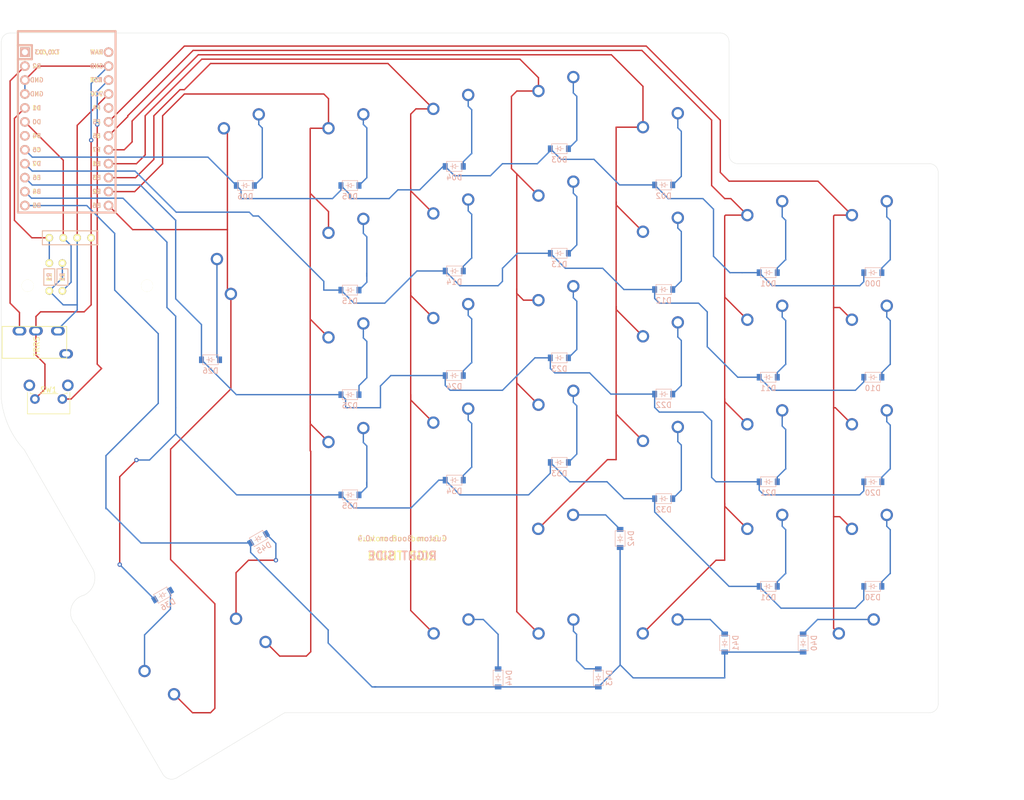
<source format=kicad_pcb>
(kicad_pcb (version 20171130) (host pcbnew 5.1.10)
  (layers (0 F.Cu signal) (31 B.Cu signal) (34 B.Paste user) (35 F.Paste user) (36 B.SilkS user) (37 F.SilkS user) (38 B.Mask user) (39 F.Mask user) (44 Edge.Cuts user))
  (net 0 "")
  (net 1 "Net-(D00-Pad2)")
  (net 2 row0)
  (net 3 "Net-(D01-Pad2)")
  (net 4 "Net-(D02-Pad2)")
  (net 5 "Net-(D03-Pad2)")
  (net 6 "Net-(D04-Pad2)")
  (net 7 "Net-(D05-Pad2)")
  (net 8 "Net-(D06-Pad2)")
  (net 9 "Net-(D10-Pad2)")
  (net 10 row1)
  (net 11 "Net-(D11-Pad2)")
  (net 12 "Net-(D12-Pad2)")
  (net 13 "Net-(D13-Pad2)")
  (net 14 "Net-(D14-Pad2)")
  (net 15 "Net-(D15-Pad2)")
  (net 16 "Net-(D20-Pad2)")
  (net 17 row2)
  (net 18 "Net-(D21-Pad2)")
  (net 19 "Net-(D22-Pad2)")
  (net 20 "Net-(D23-Pad2)")
  (net 21 "Net-(D24-Pad2)")
  (net 22 "Net-(D25-Pad2)")
  (net 23 "Net-(D26-Pad2)")
  (net 24 "Net-(D30-Pad2)")
  (net 25 row3)
  (net 26 "Net-(D31-Pad2)")
  (net 27 "Net-(D32-Pad2)")
  (net 28 "Net-(D33-Pad2)")
  (net 29 "Net-(D34-Pad2)")
  (net 30 "Net-(D35-Pad2)")
  (net 31 "Net-(D36-Pad2)")
  (net 32 "Net-(D40-Pad2)")
  (net 33 row4)
  (net 34 "Net-(D41-Pad2)")
  (net 35 "Net-(D42-Pad2)")
  (net 36 "Net-(D43-Pad2)")
  (net 37 "Net-(D44-Pad2)")
  (net 38 "Net-(D45-Pad2)")
  (net 39 col0)
  (net 40 col1)
  (net 41 col2)
  (net 42 col3)
  (net 43 col4)
  (net 44 col5)
  (net 45 col6)
  (net 46 VCC)
  (net 47 SDA)
  (net 48 SCL)
  (net 49 GND)
  (net 50 RESET)
  (net 51 "Net-(U1-Pad24)")
  (net 52 "Net-(U1-Pad20)")
  (net 53 "Net-(U1-Pad7)")
  (net 54 DATA)
  (net 55 "Net-(U1-Pad1)")
  (net 56 "Net-(TRRS1-PadA)")
  (module kbd:MJ-4PP-9_1side (layer F.Cu) (at -186.53125 80.16875 90)
    (fp_text reference TRRS1)
    (fp_text value MJ-4PP-9 hide)
    (fp_text user TRRS (at -0.75 6.45 90) (layer F.SilkS))
    (pad A thru_hole oval (at -2.1 11.8 90) (size 1.7 2.5) (drill oval 1 1.5) (layers *.Cu B.Mask) (net 56 "Net-(TRRS1-PadA)") (clearance 0.15))
    (pad D thru_hole oval (at 2.1 10.3 90) (size 1.7 2.5) (drill oval 1 1.5) (layers *.Cu B.Mask) (net 46 VCC) (clearance 0.15))
    (pad C thru_hole oval (at 2.1 6.3 90) (size 1.7 2.5) (drill oval 1 1.5) (layers *.Cu B.Mask) (net 49 GND))
    (pad B thru_hole oval (at 2.1 3.3 90) (size 1.7 2.5) (drill oval 1 1.5) (layers *.Cu B.Mask) (net 54 DATA))
    (pad "" np_thru_hole circle (at 0 8.5 90) (size 1.2 1.2) (drill 1.2) (layers *.Cu *.Mask))
    (pad "" np_thru_hole circle (at 0 1.5 90) (size 1.2 1.2) (drill 1.2) (layers *.Cu *.Mask))
  )
  (module Keebio-Parts:SW_Tactile_SPST_Angled_MJTP1117 (layer F.Cu) (at -175.41875 90.4875 180)
    (fp_text reference SW1 (at 2.5 1.68) (layer F.SilkS))
    (fp_text value SW_Push)
    (pad "" np_thru_hole circle (at 2.5 -1.21 180) (size 1.2 1.2) (drill 1.2) (layers *.Cu *.Mask))
    (pad "" thru_hole circle (at -1 2.49 180) (size 2.1 2.1) (drill 1.3) (layers *.Cu *.Mask))
    (pad 1 thru_hole circle (at 0 0 180) (size 1.75 1.75) (drill 0.99) (layers *.Cu *.Mask) (net 50 RESET))
    (pad 2 thru_hole circle (at 5 0 180) (size 1.75 1.75) (drill 0.99) (layers *.Cu *.Mask) (net 49 GND))
    (pad "" thru_hole circle (at 6.01 2.49 180) (size 2.1 2.1) (drill 1.3) (layers *.Cu *.Mask))
  )
  (module Lily58-footprint:HOLE_M2 (layer F.Cu) (at -160 69.85)
    (fp_text reference H2 hide)
    (fp_text value Hole hide)
    (pad "" np_thru_hole circle (at 0 0) (size 2.2 2.2) (drill 2.2) (layers *.Cu *.Mask F.SilkS) (clearance 0.8))
  )
  (module Lily58-footprint:HOLE_M2 (layer F.Cu) (at -181.75 69.85)
    (fp_text reference H1 hide)
    (fp_text value Hole hide)
    (pad "" np_thru_hole circle (at 0 0) (size 2.2 2.2) (drill 2.2) (layers *.Cu *.Mask F.SilkS) (clearance 0.8))
  )
  (module MX_Only:MXOnly-1U-NoLED (layer F.Cu) (at -104.03 78.2775)
    (fp_text reference MX24)
    (fp_text value MX-NoLED)
    (pad 2 thru_hole circle (at 2.54 -5.08) (size 2.25 2.25) (drill 1.47) (layers *.Cu B.Mask) (net 21 "Net-(D24-Pad2)"))
    (pad "" np_thru_hole circle (at 0 0) (size 3.9878 3.9878) (drill 3.9878) (layers *.Cu *.Mask))
    (pad 1 thru_hole circle (at -3.81 -2.54) (size 2.25 2.25) (drill 1.47) (layers *.Cu B.Mask) (net 43 col4))
    (pad "" np_thru_hole circle (at -5.08 0 48.0996) (size 1.75 1.75) (drill 1.75) (layers *.Cu *.Mask))
    (pad "" np_thru_hole circle (at 5.08 0 48.0996) (size 1.75 1.75) (drill 1.75) (layers *.Cu *.Mask))
  )
  (module MX_Only:MXOnly-1U-NoLED (layer F.Cu) (at -103.975 135.73125)
    (fp_text reference MX44)
    (fp_text value MX-NoLED)
    (pad 2 thru_hole circle (at 2.54 -5.08) (size 2.25 2.25) (drill 1.47) (layers *.Cu B.Mask) (net 37 "Net-(D44-Pad2)"))
    (pad "" np_thru_hole circle (at 0 0) (size 3.9878 3.9878) (drill 3.9878) (layers *.Cu *.Mask))
    (pad 1 thru_hole circle (at -3.81 -2.54) (size 2.25 2.25) (drill 1.47) (layers *.Cu B.Mask) (net 43 col4))
    (pad "" np_thru_hole circle (at -5.08 0 48.0996) (size 1.75 1.75) (drill 1.75) (layers *.Cu *.Mask))
    (pad "" np_thru_hole circle (at 5.08 0 48.0996) (size 1.75 1.75) (drill 1.75) (layers *.Cu *.Mask))
  )
  (module MX_Only:MXOnly-1U-NoLED (layer F.Cu) (at -84.925 116.68125)
    (fp_text reference MX42)
    (fp_text value MX-NoLED)
    (pad 2 thru_hole circle (at 2.54 -5.08) (size 2.25 2.25) (drill 1.47) (layers *.Cu B.Mask) (net 35 "Net-(D42-Pad2)"))
    (pad "" np_thru_hole circle (at 0 0) (size 3.9878 3.9878) (drill 3.9878) (layers *.Cu *.Mask))
    (pad 1 thru_hole circle (at -3.81 -2.54) (size 2.25 2.25) (drill 1.47) (layers *.Cu B.Mask) (net 41 col2))
    (pad "" np_thru_hole circle (at -5.08 0 48.0996) (size 1.75 1.75) (drill 1.75) (layers *.Cu *.Mask))
    (pad "" np_thru_hole circle (at 5.08 0 48.0996) (size 1.75 1.75) (drill 1.75) (layers *.Cu *.Mask))
  )
  (module MX_Only:MXOnly-1U-NoLED (layer F.Cu) (at -65.875 135.73125)
    (fp_text reference MX41)
    (fp_text value MX-NoLED)
    (pad 2 thru_hole circle (at 2.54 -5.08) (size 2.25 2.25) (drill 1.47) (layers *.Cu B.Mask) (net 34 "Net-(D41-Pad2)"))
    (pad "" np_thru_hole circle (at 0 0) (size 3.9878 3.9878) (drill 3.9878) (layers *.Cu *.Mask))
    (pad 1 thru_hole circle (at -3.81 -2.54) (size 2.25 2.25) (drill 1.47) (layers *.Cu B.Mask) (net 40 col1))
    (pad "" np_thru_hole circle (at -5.08 0 48.0996) (size 1.75 1.75) (drill 1.75) (layers *.Cu *.Mask))
    (pad "" np_thru_hole circle (at 5.08 0 48.0996) (size 1.75 1.75) (drill 1.75) (layers *.Cu *.Mask))
  )
  (module MX_Only:MXOnly-1U-NoLED (layer F.Cu) (at -65.84375 100.658)
    (fp_text reference MX32)
    (fp_text value MX-NoLED)
    (pad 2 thru_hole circle (at 2.54 -5.08) (size 2.25 2.25) (drill 1.47) (layers *.Cu B.Mask) (net 27 "Net-(D32-Pad2)"))
    (pad "" np_thru_hole circle (at 0 0) (size 3.9878 3.9878) (drill 3.9878) (layers *.Cu *.Mask))
    (pad 1 thru_hole circle (at -3.81 -2.54) (size 2.25 2.25) (drill 1.47) (layers *.Cu B.Mask) (net 41 col2))
    (pad "" np_thru_hole circle (at -5.08 0 48.0996) (size 1.75 1.75) (drill 1.75) (layers *.Cu *.Mask))
    (pad "" np_thru_hole circle (at 5.08 0 48.0996) (size 1.75 1.75) (drill 1.75) (layers *.Cu *.Mask))
  )
  (module MX_Only:MXOnly-1U-NoLED (layer F.Cu) (at -65.84375 81.608)
    (fp_text reference MX22)
    (fp_text value MX-NoLED)
    (pad 2 thru_hole circle (at 2.54 -5.08) (size 2.25 2.25) (drill 1.47) (layers *.Cu B.Mask) (net 19 "Net-(D22-Pad2)"))
    (pad "" np_thru_hole circle (at 0 0) (size 3.9878 3.9878) (drill 3.9878) (layers *.Cu *.Mask))
    (pad 1 thru_hole circle (at -3.81 -2.54) (size 2.25 2.25) (drill 1.47) (layers *.Cu B.Mask) (net 41 col2))
    (pad "" np_thru_hole circle (at -5.08 0 48.0996) (size 1.75 1.75) (drill 1.75) (layers *.Cu *.Mask))
    (pad "" np_thru_hole circle (at 5.08 0 48.0996) (size 1.75 1.75) (drill 1.75) (layers *.Cu *.Mask))
  )
  (module MX_Only:MXOnly-1U-NoLED (layer F.Cu) (at -65.84375 43.508)
    (fp_text reference MX02)
    (fp_text value MX-NoLED)
    (pad 2 thru_hole circle (at 2.54 -5.08) (size 2.25 2.25) (drill 1.47) (layers *.Cu B.Mask) (net 4 "Net-(D02-Pad2)"))
    (pad "" np_thru_hole circle (at 0 0) (size 3.9878 3.9878) (drill 3.9878) (layers *.Cu *.Mask))
    (pad 1 thru_hole circle (at -3.81 -2.54) (size 2.25 2.25) (drill 1.47) (layers *.Cu B.Mask) (net 41 col2))
    (pad "" np_thru_hole circle (at -5.08 0 48.0996) (size 1.75 1.75) (drill 1.75) (layers *.Cu *.Mask))
    (pad "" np_thru_hole circle (at 5.08 0 48.0996) (size 1.75 1.75) (drill 1.75) (layers *.Cu *.Mask))
  )
  (module MX_Only:MXOnly-1U-NoLED (layer F.Cu) (at -27.78125 116.68125)
    (fp_text reference MX30)
    (fp_text value MX-NoLED)
    (pad 2 thru_hole circle (at 2.54 -5.08) (size 2.25 2.25) (drill 1.47) (layers *.Cu B.Mask) (net 24 "Net-(D30-Pad2)"))
    (pad "" np_thru_hole circle (at 0 0) (size 3.9878 3.9878) (drill 3.9878) (layers *.Cu *.Mask))
    (pad 1 thru_hole circle (at -3.81 -2.54) (size 2.25 2.25) (drill 1.47) (layers *.Cu B.Mask) (net 39 col0))
    (pad "" np_thru_hole circle (at -5.08 0 48.0996) (size 1.75 1.75) (drill 1.75) (layers *.Cu *.Mask))
    (pad "" np_thru_hole circle (at 5.08 0 48.0996) (size 1.75 1.75) (drill 1.75) (layers *.Cu *.Mask))
  )
  (module MX_Only:MXOnly-1.25U-NoLED (layer F.Cu) (at -30.1625 135.73125)
    (fp_text reference MX40)
    (fp_text value MX-NoLED)
    (pad 2 thru_hole circle (at 2.54 -5.08) (size 2.25 2.25) (drill 1.47) (layers *.Cu B.Mask) (net 32 "Net-(D40-Pad2)"))
    (pad "" np_thru_hole circle (at 0 0) (size 3.9878 3.9878) (drill 3.9878) (layers *.Cu *.Mask))
    (pad 1 thru_hole circle (at -3.81 -2.54) (size 2.25 2.25) (drill 1.47) (layers *.Cu B.Mask) (net 39 col0))
    (pad "" np_thru_hole circle (at -5.08 0 48.0996) (size 1.75 1.75) (drill 1.75) (layers *.Cu *.Mask))
    (pad "" np_thru_hole circle (at 5.08 0 48.0996) (size 1.75 1.75) (drill 1.75) (layers *.Cu *.Mask))
  )
  (module kbd:D_SOD-123 (layer B.Cu) (at -139.7 115.8875 30)
    (fp_text reference D45 (at 0 2 30) (layer B.SilkS) (effects (justify mirror)))
    (fp_text value D_Small)
    (pad 2 smd rect (at 1.65 0 30) (size 0.9 1.2) (layers B.Cu B.Paste B.Mask) (net 38 "Net-(D45-Pad2)"))
    (pad 1 smd rect (at -1.65 0 30) (size 0.9 1.2) (layers B.Cu B.Paste B.Mask) (net 33 row4))
  )
  (module kbd:D_SOD-123 (layer B.Cu) (at -96.04375 141.2875 90)
    (fp_text reference D44 (at 0 2 90) (layer B.SilkS) (effects (justify mirror)))
    (fp_text value D_Small)
    (pad 2 smd rect (at 1.65 0 90) (size 0.9 1.2) (layers B.Cu B.Paste B.Mask) (net 37 "Net-(D44-Pad2)"))
    (pad 1 smd rect (at -1.65 0 90) (size 0.9 1.2) (layers B.Cu B.Paste B.Mask) (net 33 row4))
  )
  (module kbd:D_SOD-123 (layer B.Cu) (at -77.7875 141.2875 90)
    (fp_text reference D43 (at 0 2 90) (layer B.SilkS) (effects (justify mirror)))
    (fp_text value D_Small)
    (pad 2 smd rect (at 1.65 0 90) (size 0.9 1.2) (layers B.Cu B.Paste B.Mask) (net 36 "Net-(D43-Pad2)"))
    (pad 1 smd rect (at -1.65 0 90) (size 0.9 1.2) (layers B.Cu B.Paste B.Mask) (net 33 row4))
  )
  (module kbd:D_SOD-123 (layer B.Cu) (at -73.81875 115.8875 90)
    (fp_text reference D42 (at 0 2 90) (layer B.SilkS) (effects (justify mirror)))
    (fp_text value D_Small)
    (pad 2 smd rect (at 1.65 0 90) (size 0.9 1.2) (layers B.Cu B.Paste B.Mask) (net 35 "Net-(D42-Pad2)"))
    (pad 1 smd rect (at -1.65 0 90) (size 0.9 1.2) (layers B.Cu B.Paste B.Mask) (net 33 row4))
  )
  (module kbd:D_SOD-123 (layer B.Cu) (at -54.76875 134.9375 90)
    (fp_text reference D41 (at 0 2 90) (layer B.SilkS) (effects (justify mirror)))
    (fp_text value D_Small)
    (pad 2 smd rect (at 1.65 0 90) (size 0.9 1.2) (layers B.Cu B.Paste B.Mask) (net 34 "Net-(D41-Pad2)"))
    (pad 1 smd rect (at -1.65 0 90) (size 0.9 1.2) (layers B.Cu B.Paste B.Mask) (net 33 row4))
  )
  (module kbd:D_SOD-123 (layer B.Cu) (at -40.48125 134.9375 90)
    (fp_text reference D40 (at 0 2 90) (layer B.SilkS) (effects (justify mirror)))
    (fp_text value D_Small)
    (pad 2 smd rect (at 1.65 0 90) (size 0.9 1.2) (layers B.Cu B.Paste B.Mask) (net 32 "Net-(D40-Pad2)"))
    (pad 1 smd rect (at -1.65 0 90) (size 0.9 1.2) (layers B.Cu B.Paste B.Mask) (net 33 row4))
  )
  (module kbd:D_SOD-123 (layer B.Cu) (at -157.1625 126.20625 30)
    (fp_text reference D36 (at 0 2 30) (layer B.SilkS) (effects (justify mirror)))
    (fp_text value D_Small)
    (pad 2 smd rect (at 1.65 0 30) (size 0.9 1.2) (layers B.Cu B.Paste B.Mask) (net 31 "Net-(D36-Pad2)"))
    (pad 1 smd rect (at -1.65 0 30) (size 0.9 1.2) (layers B.Cu B.Paste B.Mask) (net 25 row3))
  )
  (module kbd:D_SOD-123 (layer B.Cu) (at -123.03125 107.95)
    (fp_text reference D35 (at 0 2) (layer B.SilkS) (effects (justify mirror)))
    (fp_text value D_Small)
    (pad 2 smd rect (at 1.65 0) (size 0.9 1.2) (layers B.Cu B.Paste B.Mask) (net 30 "Net-(D35-Pad2)"))
    (pad 1 smd rect (at -1.65 0) (size 0.9 1.2) (layers B.Cu B.Paste B.Mask) (net 25 row3))
  )
  (module kbd:D_SOD-123 (layer B.Cu) (at -104.03 105.265)
    (fp_text reference D34 (at 0 2) (layer B.SilkS) (effects (justify mirror)))
    (fp_text value D_Small)
    (pad 2 smd rect (at 1.65 0) (size 0.9 1.2) (layers B.Cu B.Paste B.Mask) (net 29 "Net-(D34-Pad2)"))
    (pad 1 smd rect (at -1.65 0) (size 0.9 1.2) (layers B.Cu B.Paste B.Mask) (net 25 row3))
  )
  (module kbd:D_SOD-123 (layer B.Cu) (at -84.88 102.04)
    (fp_text reference D33 (at 0 2) (layer B.SilkS) (effects (justify mirror)))
    (fp_text value D_Small)
    (pad 2 smd rect (at 1.65 0) (size 0.9 1.2) (layers B.Cu B.Paste B.Mask) (net 28 "Net-(D33-Pad2)"))
    (pad 1 smd rect (at -1.65 0) (size 0.9 1.2) (layers B.Cu B.Paste B.Mask) (net 25 row3))
  )
  (module kbd:D_SOD-123 (layer B.Cu) (at -65.88 108.64)
    (fp_text reference D32 (at 0 2) (layer B.SilkS) (effects (justify mirror)))
    (fp_text value D_Small)
    (pad 2 smd rect (at 1.65 0) (size 0.9 1.2) (layers B.Cu B.Paste B.Mask) (net 27 "Net-(D32-Pad2)"))
    (pad 1 smd rect (at -1.65 0) (size 0.9 1.2) (layers B.Cu B.Paste B.Mask) (net 25 row3))
  )
  (module kbd:D_SOD-123 (layer B.Cu) (at -46.83125 124.61875)
    (fp_text reference D31 (at 0 2) (layer B.SilkS) (effects (justify mirror)))
    (fp_text value D_Small)
    (pad 2 smd rect (at 1.65 0) (size 0.9 1.2) (layers B.Cu B.Paste B.Mask) (net 26 "Net-(D31-Pad2)"))
    (pad 1 smd rect (at -1.65 0) (size 0.9 1.2) (layers B.Cu B.Paste B.Mask) (net 25 row3))
  )
  (module kbd:D_SOD-123 (layer B.Cu) (at -27.78125 124.61875)
    (fp_text reference D30 (at 0 2) (layer B.SilkS) (effects (justify mirror)))
    (fp_text value D_Small)
    (pad 2 smd rect (at 1.65 0) (size 0.9 1.2) (layers B.Cu B.Paste B.Mask) (net 24 "Net-(D30-Pad2)"))
    (pad 1 smd rect (at -1.65 0) (size 0.9 1.2) (layers B.Cu B.Paste B.Mask) (net 25 row3))
  )
  (module kbd:D_SOD-123 (layer B.Cu) (at -148.43125 83.34375)
    (fp_text reference D26 (at 0 2) (layer B.SilkS) (effects (justify mirror)))
    (fp_text value D_Small)
    (pad 2 smd rect (at 1.65 0) (size 0.9 1.2) (layers B.Cu B.Paste B.Mask) (net 23 "Net-(D26-Pad2)"))
    (pad 1 smd rect (at -1.65 0) (size 0.9 1.2) (layers B.Cu B.Paste B.Mask) (net 17 row2))
  )
  (module kbd:D_SOD-123 (layer B.Cu) (at -123.03125 89.69375)
    (fp_text reference D25 (at 0 2) (layer B.SilkS) (effects (justify mirror)))
    (fp_text value D_Small)
    (pad 2 smd rect (at 1.65 0) (size 0.9 1.2) (layers B.Cu B.Paste B.Mask) (net 22 "Net-(D25-Pad2)"))
    (pad 1 smd rect (at -1.65 0) (size 0.9 1.2) (layers B.Cu B.Paste B.Mask) (net 17 row2))
  )
  (module kbd:D_SOD-123 (layer B.Cu) (at -104.03 86.215)
    (fp_text reference D24 (at 0 2) (layer B.SilkS) (effects (justify mirror)))
    (fp_text value D_Small)
    (pad 2 smd rect (at 1.65 0) (size 0.9 1.2) (layers B.Cu B.Paste B.Mask) (net 21 "Net-(D24-Pad2)"))
    (pad 1 smd rect (at -1.65 0) (size 0.9 1.2) (layers B.Cu B.Paste B.Mask) (net 17 row2))
  )
  (module kbd:D_SOD-123 (layer B.Cu) (at -84.88 82.99)
    (fp_text reference D23 (at 0 2) (layer B.SilkS) (effects (justify mirror)))
    (fp_text value D_Small)
    (pad 2 smd rect (at 1.65 0) (size 0.9 1.2) (layers B.Cu B.Paste B.Mask) (net 20 "Net-(D23-Pad2)"))
    (pad 1 smd rect (at -1.65 0) (size 0.9 1.2) (layers B.Cu B.Paste B.Mask) (net 17 row2))
  )
  (module kbd:D_SOD-123 (layer B.Cu) (at -65.88 89.59)
    (fp_text reference D22 (at 0 2) (layer B.SilkS) (effects (justify mirror)))
    (fp_text value D_Small)
    (pad 2 smd rect (at 1.65 0) (size 0.9 1.2) (layers B.Cu B.Paste B.Mask) (net 19 "Net-(D22-Pad2)"))
    (pad 1 smd rect (at -1.65 0) (size 0.9 1.2) (layers B.Cu B.Paste B.Mask) (net 17 row2))
  )
  (module kbd:D_SOD-123 (layer B.Cu) (at -46.83125 105.56875)
    (fp_text reference D21 (at 0 2) (layer B.SilkS) (effects (justify mirror)))
    (fp_text value D_Small)
    (pad 2 smd rect (at 1.65 0) (size 0.9 1.2) (layers B.Cu B.Paste B.Mask) (net 18 "Net-(D21-Pad2)"))
    (pad 1 smd rect (at -1.65 0) (size 0.9 1.2) (layers B.Cu B.Paste B.Mask) (net 17 row2))
  )
  (module kbd:D_SOD-123 (layer B.Cu) (at -27.78125 105.56875)
    (fp_text reference D20 (at 0 2) (layer B.SilkS) (effects (justify mirror)))
    (fp_text value D_Small)
    (pad 2 smd rect (at 1.65 0) (size 0.9 1.2) (layers B.Cu B.Paste B.Mask) (net 16 "Net-(D20-Pad2)"))
    (pad 1 smd rect (at -1.65 0) (size 0.9 1.2) (layers B.Cu B.Paste B.Mask) (net 17 row2))
  )
  (module kbd:D_SOD-123 (layer B.Cu) (at -123.03125 70.64375)
    (fp_text reference D15 (at 0 2) (layer B.SilkS) (effects (justify mirror)))
    (fp_text value D_Small)
    (pad 2 smd rect (at 1.65 0) (size 0.9 1.2) (layers B.Cu B.Paste B.Mask) (net 15 "Net-(D15-Pad2)"))
    (pad 1 smd rect (at -1.65 0) (size 0.9 1.2) (layers B.Cu B.Paste B.Mask) (net 10 row1))
  )
  (module kbd:D_SOD-123 (layer B.Cu) (at -104.03 67.165)
    (fp_text reference D14 (at 0 2) (layer B.SilkS) (effects (justify mirror)))
    (fp_text value D_Small)
    (pad 2 smd rect (at 1.65 0) (size 0.9 1.2) (layers B.Cu B.Paste B.Mask) (net 14 "Net-(D14-Pad2)"))
    (pad 1 smd rect (at -1.65 0) (size 0.9 1.2) (layers B.Cu B.Paste B.Mask) (net 10 row1))
  )
  (module kbd:D_SOD-123 (layer B.Cu) (at -84.88 63.94)
    (fp_text reference D13 (at 0 2) (layer B.SilkS) (effects (justify mirror)))
    (fp_text value D_Small)
    (pad 2 smd rect (at 1.65 0) (size 0.9 1.2) (layers B.Cu B.Paste B.Mask) (net 13 "Net-(D13-Pad2)"))
    (pad 1 smd rect (at -1.65 0) (size 0.9 1.2) (layers B.Cu B.Paste B.Mask) (net 10 row1))
  )
  (module kbd:D_SOD-123 (layer B.Cu) (at -65.88 70.54)
    (fp_text reference D12 (at 0 2) (layer B.SilkS) (effects (justify mirror)))
    (fp_text value D_Small)
    (pad 2 smd rect (at 1.65 0) (size 0.9 1.2) (layers B.Cu B.Paste B.Mask) (net 12 "Net-(D12-Pad2)"))
    (pad 1 smd rect (at -1.65 0) (size 0.9 1.2) (layers B.Cu B.Paste B.Mask) (net 10 row1))
  )
  (module kbd:D_SOD-123 (layer B.Cu) (at -46.83125 86.51875)
    (fp_text reference D11 (at 0 2) (layer B.SilkS) (effects (justify mirror)))
    (fp_text value D_Small)
    (pad 2 smd rect (at 1.65 0) (size 0.9 1.2) (layers B.Cu B.Paste B.Mask) (net 11 "Net-(D11-Pad2)"))
    (pad 1 smd rect (at -1.65 0) (size 0.9 1.2) (layers B.Cu B.Paste B.Mask) (net 10 row1))
  )
  (module kbd:D_SOD-123 (layer B.Cu) (at -27.78125 86.51875)
    (fp_text reference D10 (at 0 2) (layer B.SilkS) (effects (justify mirror)))
    (fp_text value D_Small)
    (pad 2 smd rect (at 1.65 0) (size 0.9 1.2) (layers B.Cu B.Paste B.Mask) (net 9 "Net-(D10-Pad2)"))
    (pad 1 smd rect (at -1.65 0) (size 0.9 1.2) (layers B.Cu B.Paste B.Mask) (net 10 row1))
  )
  (module kbd:D_SOD-123 (layer B.Cu) (at -142.08125 51.59375)
    (fp_text reference D06 (at 0 2) (layer B.SilkS) (effects (justify mirror)))
    (fp_text value D_Small)
    (pad 2 smd rect (at 1.65 0) (size 0.9 1.2) (layers B.Cu B.Paste B.Mask) (net 8 "Net-(D06-Pad2)"))
    (pad 1 smd rect (at -1.65 0) (size 0.9 1.2) (layers B.Cu B.Paste B.Mask) (net 2 row0))
  )
  (module kbd:D_SOD-123 (layer B.Cu) (at -123.03125 51.59375)
    (fp_text reference D05 (at 0 2) (layer B.SilkS) (effects (justify mirror)))
    (fp_text value D_Small)
    (pad 2 smd rect (at 1.65 0) (size 0.9 1.2) (layers B.Cu B.Paste B.Mask) (net 7 "Net-(D05-Pad2)"))
    (pad 1 smd rect (at -1.65 0) (size 0.9 1.2) (layers B.Cu B.Paste B.Mask) (net 2 row0))
  )
  (module kbd:D_SOD-123 (layer B.Cu) (at -104.03 48.115)
    (fp_text reference D04 (at 0 2) (layer B.SilkS) (effects (justify mirror)))
    (fp_text value D_Small)
    (pad 2 smd rect (at 1.65 0) (size 0.9 1.2) (layers B.Cu B.Paste B.Mask) (net 6 "Net-(D04-Pad2)"))
    (pad 1 smd rect (at -1.65 0) (size 0.9 1.2) (layers B.Cu B.Paste B.Mask) (net 2 row0))
  )
  (module kbd:D_SOD-123 (layer B.Cu) (at -84.88 44.89)
    (fp_text reference D03 (at 0 2) (layer B.SilkS) (effects (justify mirror)))
    (fp_text value D_Small)
    (pad 2 smd rect (at 1.65 0) (size 0.9 1.2) (layers B.Cu B.Paste B.Mask) (net 5 "Net-(D03-Pad2)"))
    (pad 1 smd rect (at -1.65 0) (size 0.9 1.2) (layers B.Cu B.Paste B.Mask) (net 2 row0))
  )
  (module kbd:D_SOD-123 (layer B.Cu) (at -65.88 51.49)
    (fp_text reference D02 (at 0 2) (layer B.SilkS) (effects (justify mirror)))
    (fp_text value D_Small)
    (pad 2 smd rect (at 1.65 0) (size 0.9 1.2) (layers B.Cu B.Paste B.Mask) (net 4 "Net-(D02-Pad2)"))
    (pad 1 smd rect (at -1.65 0) (size 0.9 1.2) (layers B.Cu B.Paste B.Mask) (net 2 row0))
  )
  (module kbd:D_SOD-123 (layer B.Cu) (at -46.83125 67.46875)
    (fp_text reference D01 (at 0 2) (layer B.SilkS) (effects (justify mirror)))
    (fp_text value D_Small)
    (pad 2 smd rect (at 1.65 0) (size 0.9 1.2) (layers B.Cu B.Paste B.Mask) (net 3 "Net-(D01-Pad2)"))
    (pad 1 smd rect (at -1.65 0) (size 0.9 1.2) (layers B.Cu B.Paste B.Mask) (net 2 row0))
  )
  (module kbd:D_SOD-123 (layer B.Cu) (at -27.78125 67.46875)
    (fp_text reference D00 (at 0 2) (layer B.SilkS) (effects (justify mirror)))
    (fp_text value D_Small)
    (pad 2 smd rect (at 1.65 0) (size 0.9 1.2) (layers B.Cu B.Paste B.Mask) (net 1 "Net-(D00-Pad2)"))
    (pad 1 smd rect (at -1.65 0) (size 0.9 1.2) (layers B.Cu B.Paste B.Mask) (net 2 row0))
  )
  (module MX_Only:MXOnly-1.5U-NoLED (layer F.Cu) (at -142.18 67.531 90)
    (fp_text reference MX26)
    (fp_text value MX-NoLED)
    (pad 2 thru_hole circle (at 2.54 -5.08 90) (size 2.25 2.25) (drill 1.47) (layers *.Cu B.Mask) (net 23 "Net-(D26-Pad2)"))
    (pad "" np_thru_hole circle (at 0 0 90) (size 3.9878 3.9878) (drill 3.9878) (layers *.Cu *.Mask))
    (pad 1 thru_hole circle (at -3.81 -2.54 90) (size 2.25 2.25) (drill 1.47) (layers *.Cu B.Mask) (net 45 col6))
    (pad "" np_thru_hole circle (at -5.08 0 138.0996) (size 1.75 1.75) (drill 1.75) (layers *.Cu *.Mask))
    (pad "" np_thru_hole circle (at 5.08 0 138.0996) (size 1.75 1.75) (drill 1.75) (layers *.Cu *.Mask))
  )
  (module MX_Only:MXOnly-1U-NoLED (layer F.Cu) (at -123.13 62.756)
    (fp_text reference MX15)
    (fp_text value MX-NoLED)
    (pad 2 thru_hole circle (at 2.54 -5.08) (size 2.25 2.25) (drill 1.47) (layers *.Cu B.Mask) (net 15 "Net-(D15-Pad2)"))
    (pad "" np_thru_hole circle (at 0 0) (size 3.9878 3.9878) (drill 3.9878) (layers *.Cu *.Mask))
    (pad 1 thru_hole circle (at -3.81 -2.54) (size 2.25 2.25) (drill 1.47) (layers *.Cu B.Mask) (net 44 col5))
    (pad "" np_thru_hole circle (at -5.08 0 48.0996) (size 1.75 1.75) (drill 1.75) (layers *.Cu *.Mask))
    (pad "" np_thru_hole circle (at 5.08 0 48.0996) (size 1.75 1.75) (drill 1.75) (layers *.Cu *.Mask))
  )
  (module MX_Only:MXOnly-1U-NoLED (layer F.Cu) (at -65.84375 62.558)
    (fp_text reference MX12)
    (fp_text value MX-NoLED)
    (pad 2 thru_hole circle (at 2.54 -5.08) (size 2.25 2.25) (drill 1.47) (layers *.Cu B.Mask) (net 12 "Net-(D12-Pad2)"))
    (pad "" np_thru_hole circle (at 0 0) (size 3.9878 3.9878) (drill 3.9878) (layers *.Cu *.Mask))
    (pad 1 thru_hole circle (at -3.81 -2.54) (size 2.25 2.25) (drill 1.47) (layers *.Cu B.Mask) (net 41 col2))
    (pad "" np_thru_hole circle (at -5.08 0 48.0996) (size 1.75 1.75) (drill 1.75) (layers *.Cu *.Mask))
    (pad "" np_thru_hole circle (at 5.08 0 48.0996) (size 1.75 1.75) (drill 1.75) (layers *.Cu *.Mask))
  )
  (module MX_Only:MXOnly-1U-NoLED (layer F.Cu) (at -123.13 43.706)
    (fp_text reference MX05)
    (fp_text value MX-NoLED)
    (pad 2 thru_hole circle (at 2.54 -5.08) (size 2.25 2.25) (drill 1.47) (layers *.Cu B.Mask) (net 7 "Net-(D05-Pad2)"))
    (pad "" np_thru_hole circle (at 0 0) (size 3.9878 3.9878) (drill 3.9878) (layers *.Cu *.Mask))
    (pad 1 thru_hole circle (at -3.81 -2.54) (size 2.25 2.25) (drill 1.47) (layers *.Cu B.Mask) (net 44 col5))
    (pad "" np_thru_hole circle (at -5.08 0 48.0996) (size 1.75 1.75) (drill 1.75) (layers *.Cu *.Mask))
    (pad "" np_thru_hole circle (at 5.08 0 48.0996) (size 1.75 1.75) (drill 1.75) (layers *.Cu *.Mask))
  )
  (module Lily58-footprint:RESISTOR_mini (layer F.Cu) (at -177.8 68.2625 270)
    (fp_text reference R2 (at 0 0 90) (layer F.SilkS) (effects (font (size 0.8 0.8))))
    (fp_text value 4.7k hide)
    (fp_text user R1 (at 0 0 90) (layer B.SilkS) (effects (font (size 0.8 0.8)) (justify mirror)))
    (pad 2 thru_hole circle (at 2.54 0 270) (size 1.397 1.397) (drill 0.8128) (layers *.Cu *.Mask F.SilkS) (net 46 VCC))
    (pad 1 thru_hole circle (at -2.54 0 270) (size 1.397 1.397) (drill 0.8128) (layers *.Cu *.Mask F.SilkS) (net 47 SDA))
  )
  (module Lily58-footprint:RESISTOR_mini (layer F.Cu) (at -175.41875 68.2625 90)
    (fp_text reference R1 (at 0 0 90) (layer F.SilkS) (effects (font (size 0.8 0.8))))
    (fp_text value 4.7k hide)
    (fp_text user R1 (at 0 0 90) (layer B.SilkS) (effects (font (size 0.8 0.8)) (justify mirror)))
    (pad 2 thru_hole circle (at 2.54 0 90) (size 1.397 1.397) (drill 0.8128) (layers *.Cu *.Mask F.SilkS) (net 46 VCC))
    (pad 1 thru_hole circle (at -2.54 0 90) (size 1.397 1.397) (drill 0.8128) (layers *.Cu *.Mask F.SilkS) (net 48 SCL))
  )
  (module Lily58-footprint:OLED_4Pin (layer F.Cu) (at -177.8 61.11875)
    (fp_text reference OL1 hide)
    (fp_text value OLED hide)
    (pad 4 thru_hole circle (at 7.62 0) (size 1.397 1.397) (drill 0.8128) (layers *.Cu *.Mask F.SilkS) (net 49 GND))
    (pad 3 thru_hole circle (at 5.08 0) (size 1.397 1.397) (drill 0.8128) (layers *.Cu *.Mask F.SilkS) (net 46 VCC))
    (pad 2 thru_hole circle (at 2.54 0) (size 1.397 1.397) (drill 0.8128) (layers *.Cu *.Mask F.SilkS) (net 48 SCL))
    (pad 1 thru_hole circle (at 0 0) (size 1.397 1.397) (drill 0.8128) (layers *.Cu *.Mask F.SilkS) (net 47 SDA))
  )
  (module Keebio-Parts:ArduinoProMicro (layer F.Cu) (at -174.625 41.275 270)
    (fp_text reference U1 hide)
    (fp_text value ProMicro hide)
    (fp_text user D2 (at -11.43 5.461) (layer B.SilkS) (effects (font (size 0.8 0.8)) (justify mirror)))
    (fp_text user D0 (at -1.27 5.461) (layer B.SilkS) (effects (font (size 0.8 0.8)) (justify mirror)))
    (fp_text user D1 (at -3.81 5.461) (layer B.SilkS) (effects (font (size 0.8 0.8)) (justify mirror)))
    (fp_text user GND (at -6.35 5.461) (layer B.SilkS) (effects (font (size 0.8 0.8)) (justify mirror)))
    (fp_text user GND (at -8.89 5.461) (layer B.SilkS) (effects (font (size 0.8 0.8)) (justify mirror)))
    (fp_text user D4 (at 1.27 5.461) (layer B.SilkS) (effects (font (size 0.8 0.8)) (justify mirror)))
    (fp_text user C6 (at 3.81 5.461) (layer B.SilkS) (effects (font (size 0.8 0.8)) (justify mirror)))
    (fp_text user D7 (at 6.35 5.461) (layer B.SilkS) (effects (font (size 0.8 0.8)) (justify mirror)))
    (fp_text user E6 (at 8.89 5.461) (layer B.SilkS) (effects (font (size 0.8 0.8)) (justify mirror)))
    (fp_text user B4 (at 11.43 5.461) (layer B.SilkS) (effects (font (size 0.8 0.8)) (justify mirror)))
    (fp_text user B5 (at 13.97 5.461) (layer B.SilkS) (effects (font (size 0.8 0.8)) (justify mirror)))
    (fp_text user B6 (at 13.97 -5.461) (layer B.SilkS) (effects (font (size 0.8 0.8)) (justify mirror)))
    (fp_text user B2 (at 11.43 -5.461) (layer F.SilkS) (effects (font (size 0.8 0.8))))
    (fp_text user B3 (at 8.89 -5.461) (layer B.SilkS) (effects (font (size 0.8 0.8)) (justify mirror)))
    (fp_text user B1 (at 6.35 -5.461) (layer B.SilkS) (effects (font (size 0.8 0.8)) (justify mirror)))
    (fp_text user F7 (at 3.81 -5.461) (layer F.SilkS) (effects (font (size 0.8 0.8))))
    (fp_text user F6 (at 1.27 -5.461) (layer F.SilkS) (effects (font (size 0.8 0.8))))
    (fp_text user F5 (at -1.27 -5.461) (layer F.SilkS) (effects (font (size 0.8 0.8))))
    (fp_text user F4 (at -3.81 -5.461) (layer B.SilkS) (effects (font (size 0.8 0.8)) (justify mirror)))
    (fp_text user VCC (at -6.35 -5.461) (layer B.SilkS) (effects (font (size 0.8 0.8)) (justify mirror)))
    (fp_text user GND (at -11.43 -5.461) (layer B.SilkS) (effects (font (size 0.8 0.8)) (justify mirror)))
    (fp_text user RAW (at -13.97 -5.461) (layer B.SilkS) (effects (font (size 0.8 0.8)) (justify mirror)))
    (fp_text user RAW (at -13.97 -5.461) (layer F.SilkS) (effects (font (size 0.8 0.8))))
    (fp_text user GND (at -11.43 -5.461) (layer F.SilkS) (effects (font (size 0.8 0.8))))
    (fp_text user ST (at -8.92 -5.73312) (layer F.SilkS) (effects (font (size 0.8 0.8))))
    (fp_text user VCC (at -6.35 -5.461) (layer F.SilkS) (effects (font (size 0.8 0.8))))
    (fp_text user F4 (at -3.81 -5.461) (layer F.SilkS) (effects (font (size 0.8 0.8))))
    (fp_text user F5 (at -1.27 -5.461) (layer B.SilkS) (effects (font (size 0.8 0.8)) (justify mirror)))
    (fp_text user F6 (at 1.27 -5.461) (layer B.SilkS) (effects (font (size 0.8 0.8)) (justify mirror)))
    (fp_text user F7 (at 3.81 -5.461) (layer B.SilkS) (effects (font (size 0.8 0.8)) (justify mirror)))
    (fp_text user B1 (at 6.35 -5.461) (layer F.SilkS) (effects (font (size 0.8 0.8))))
    (fp_text user B3 (at 8.89 -5.461) (layer F.SilkS) (effects (font (size 0.8 0.8))))
    (fp_text user B2 (at 11.43 -5.461) (layer B.SilkS) (effects (font (size 0.8 0.8)) (justify mirror)))
    (fp_text user B6 (at 13.97 -5.461) (layer F.SilkS) (effects (font (size 0.8 0.8))))
    (fp_text user B5 (at 13.97 5.461) (layer F.SilkS) (effects (font (size 0.8 0.8))))
    (fp_text user B4 (at 11.43 5.461) (layer F.SilkS) (effects (font (size 0.8 0.8))))
    (fp_text user E6 (at 8.89 5.461) (layer F.SilkS) (effects (font (size 0.8 0.8))))
    (fp_text user D7 (at 6.35 5.461) (layer F.SilkS) (effects (font (size 0.8 0.8))))
    (fp_text user C6 (at 3.81 5.461) (layer F.SilkS) (effects (font (size 0.8 0.8))))
    (fp_text user D4 (at 1.27 5.461) (layer F.SilkS) (effects (font (size 0.8 0.8))))
    (fp_text user GND (at -8.89 5.461) (layer F.SilkS) (effects (font (size 0.8 0.8))))
    (fp_text user GND (at -6.35 5.461) (layer F.SilkS) (effects (font (size 0.8 0.8))))
    (fp_text user D1 (at -3.81 5.461) (layer F.SilkS) (effects (font (size 0.8 0.8))))
    (fp_text user D0 (at -1.27 5.461) (layer F.SilkS) (effects (font (size 0.8 0.8))))
    (fp_text user D2 (at -11.43 5.461) (layer F.SilkS) (effects (font (size 0.8 0.8))))
    (fp_text user TX0/D3 (at -13.97 3.571872) (layer B.SilkS) (effects (font (size 0.8 0.8)) (justify mirror)))
    (fp_text user TX0/D3 (at -13.97 3.571872) (layer F.SilkS) (effects (font (size 0.8 0.8))))
    (fp_text user ST (at -8.91 -5.04) (layer B.SilkS) (effects (font (size 0.8 0.8)) (justify mirror)))
    (pad 1 thru_hole rect (at -13.97 7.62 270) (size 1.7526 1.7526) (drill 1.0922) (layers *.Cu *.SilkS *.Mask) (net 55 "Net-(U1-Pad1)"))
    (pad 2 thru_hole circle (at -11.43 7.62 270) (size 1.7526 1.7526) (drill 1.0922) (layers *.Cu *.SilkS *.Mask) (net 54 DATA))
    (pad 3 thru_hole circle (at -8.89 7.62 270) (size 1.7526 1.7526) (drill 1.0922) (layers *.Cu *.SilkS *.Mask) (net 49 GND))
    (pad 4 thru_hole circle (at -6.35 7.62 270) (size 1.7526 1.7526) (drill 1.0922) (layers *.Cu *.SilkS *.Mask) (net 49 GND))
    (pad 5 thru_hole circle (at -3.81 7.62 270) (size 1.7526 1.7526) (drill 1.0922) (layers *.Cu *.SilkS *.Mask) (net 47 SDA))
    (pad 6 thru_hole circle (at -1.27 7.62 270) (size 1.7526 1.7526) (drill 1.0922) (layers *.Cu *.SilkS *.Mask) (net 48 SCL))
    (pad 7 thru_hole circle (at 1.27 7.62 270) (size 1.7526 1.7526) (drill 1.0922) (layers *.Cu *.SilkS *.Mask) (net 53 "Net-(U1-Pad7)"))
    (pad 8 thru_hole circle (at 3.81 7.62 270) (size 1.7526 1.7526) (drill 1.0922) (layers *.Cu *.SilkS *.Mask) (net 2 row0))
    (pad 9 thru_hole circle (at 6.35 7.62 270) (size 1.7526 1.7526) (drill 1.0922) (layers *.Cu *.SilkS *.Mask) (net 10 row1))
    (pad 10 thru_hole circle (at 8.89 7.62 270) (size 1.7526 1.7526) (drill 1.0922) (layers *.Cu *.SilkS *.Mask) (net 17 row2))
    (pad 11 thru_hole circle (at 11.43 7.62 270) (size 1.7526 1.7526) (drill 1.0922) (layers *.Cu *.SilkS *.Mask) (net 25 row3))
    (pad 13 thru_hole circle (at 13.97 -7.62 270) (size 1.7526 1.7526) (drill 1.0922) (layers *.Cu *.SilkS *.Mask) (net 45 col6))
    (pad 14 thru_hole circle (at 11.43 -7.62 270) (size 1.7526 1.7526) (drill 1.0922) (layers *.Cu *.SilkS *.Mask) (net 44 col5))
    (pad 15 thru_hole circle (at 8.89 -7.62 270) (size 1.7526 1.7526) (drill 1.0922) (layers *.Cu *.SilkS *.Mask) (net 43 col4))
    (pad 16 thru_hole circle (at 6.35 -7.62 270) (size 1.7526 1.7526) (drill 1.0922) (layers *.Cu *.SilkS *.Mask) (net 42 col3))
    (pad 17 thru_hole circle (at 3.81 -7.62 270) (size 1.7526 1.7526) (drill 1.0922) (layers *.Cu *.SilkS *.Mask) (net 41 col2))
    (pad 18 thru_hole circle (at 1.27 -7.62 270) (size 1.7526 1.7526) (drill 1.0922) (layers *.Cu *.SilkS *.Mask) (net 40 col1))
    (pad 19 thru_hole circle (at -1.27 -7.62 270) (size 1.7526 1.7526) (drill 1.0922) (layers *.Cu *.SilkS *.Mask) (net 39 col0))
    (pad 20 thru_hole circle (at -3.81 -7.62 270) (size 1.7526 1.7526) (drill 1.0922) (layers *.Cu *.SilkS *.Mask) (net 52 "Net-(U1-Pad20)"))
    (pad 21 thru_hole circle (at -6.35 -7.62 270) (size 1.7526 1.7526) (drill 1.0922) (layers *.Cu *.SilkS *.Mask) (net 46 VCC))
    (pad 22 thru_hole circle (at -8.89 -7.62 270) (size 1.7526 1.7526) (drill 1.0922) (layers *.Cu *.SilkS *.Mask) (net 50 RESET))
    (pad 23 thru_hole circle (at -11.43 -7.62 270) (size 1.7526 1.7526) (drill 1.0922) (layers *.Cu *.SilkS *.Mask) (net 49 GND))
    (pad 12 thru_hole circle (at 13.97 7.62 270) (size 1.7526 1.7526) (drill 1.0922) (layers *.Cu *.SilkS *.Mask) (net 33 row4))
    (pad 24 thru_hole circle (at -13.97 -7.62 270) (size 1.7526 1.7526) (drill 1.0922) (layers *.Cu *.SilkS *.Mask) (net 51 "Net-(U1-Pad24)"))
  )
  (module MX_Only:MXOnly-1.5U-NoLED (layer F.Cu) (at -138.1125 130.175 120)
    (fp_text reference MX45)
    (fp_text value MX-NoLED)
    (pad 2 thru_hole circle (at 2.54 -5.08 120) (size 2.25 2.25) (drill 1.47) (layers *.Cu B.Mask) (net 38 "Net-(D45-Pad2)"))
    (pad "" np_thru_hole circle (at 0 0 120) (size 3.9878 3.9878) (drill 3.9878) (layers *.Cu *.Mask))
    (pad 1 thru_hole circle (at -3.81 -2.54 120) (size 2.25 2.25) (drill 1.47) (layers *.Cu B.Mask) (net 44 col5))
    (pad "" np_thru_hole circle (at -5.08 0 168.0996) (size 1.75 1.75) (drill 1.75) (layers *.Cu *.Mask))
    (pad "" np_thru_hole circle (at 5.08 0 168.0996) (size 1.75 1.75) (drill 1.75) (layers *.Cu *.Mask))
  )
  (module MX_Only:MXOnly-1U-NoLED (layer F.Cu) (at -84.8615 135.74325)
    (fp_text reference MX43)
    (fp_text value MX-NoLED)
    (pad 2 thru_hole circle (at 2.54 -5.08) (size 2.25 2.25) (drill 1.47) (layers *.Cu B.Mask) (net 36 "Net-(D43-Pad2)"))
    (pad "" np_thru_hole circle (at 0 0) (size 3.9878 3.9878) (drill 3.9878) (layers *.Cu *.Mask))
    (pad 1 thru_hole circle (at -3.81 -2.54) (size 2.25 2.25) (drill 1.47) (layers *.Cu B.Mask) (net 42 col3))
    (pad "" np_thru_hole circle (at -5.08 0 48.0996) (size 1.75 1.75) (drill 1.75) (layers *.Cu *.Mask))
    (pad "" np_thru_hole circle (at 5.08 0 48.0996) (size 1.75 1.75) (drill 1.75) (layers *.Cu *.Mask))
  )
  (module MX_Only:MXOnly-1.5U-NoLED (layer F.Cu) (at -154.78125 139.7 120)
    (fp_text reference MX36)
    (fp_text value MX-NoLED)
    (pad 2 thru_hole circle (at 2.54 -5.08 120) (size 2.25 2.25) (drill 1.47) (layers *.Cu B.Mask) (net 31 "Net-(D36-Pad2)"))
    (pad "" np_thru_hole circle (at 0 0 120) (size 3.9878 3.9878) (drill 3.9878) (layers *.Cu *.Mask))
    (pad 1 thru_hole circle (at -3.81 -2.54 120) (size 2.25 2.25) (drill 1.47) (layers *.Cu B.Mask) (net 45 col6))
    (pad "" np_thru_hole circle (at -5.08 0 168.0996) (size 1.75 1.75) (drill 1.75) (layers *.Cu *.Mask))
    (pad "" np_thru_hole circle (at 5.08 0 168.0996) (size 1.75 1.75) (drill 1.75) (layers *.Cu *.Mask))
  )
  (module MX_Only:MXOnly-1U-NoLED (layer F.Cu) (at -123.13 100.856)
    (fp_text reference MX35)
    (fp_text value MX-NoLED)
    (pad 2 thru_hole circle (at 2.54 -5.08) (size 2.25 2.25) (drill 1.47) (layers *.Cu B.Mask) (net 30 "Net-(D35-Pad2)"))
    (pad "" np_thru_hole circle (at 0 0) (size 3.9878 3.9878) (drill 3.9878) (layers *.Cu *.Mask))
    (pad 1 thru_hole circle (at -3.81 -2.54) (size 2.25 2.25) (drill 1.47) (layers *.Cu B.Mask) (net 44 col5))
    (pad "" np_thru_hole circle (at -5.08 0 48.0996) (size 1.75 1.75) (drill 1.75) (layers *.Cu *.Mask))
    (pad "" np_thru_hole circle (at 5.08 0 48.0996) (size 1.75 1.75) (drill 1.75) (layers *.Cu *.Mask))
  )
  (module MX_Only:MXOnly-1U-NoLED (layer F.Cu) (at -104.03 97.3275)
    (fp_text reference MX34)
    (fp_text value MX-NoLED)
    (pad 2 thru_hole circle (at 2.54 -5.08) (size 2.25 2.25) (drill 1.47) (layers *.Cu B.Mask) (net 29 "Net-(D34-Pad2)"))
    (pad "" np_thru_hole circle (at 0 0) (size 3.9878 3.9878) (drill 3.9878) (layers *.Cu *.Mask))
    (pad 1 thru_hole circle (at -3.81 -2.54) (size 2.25 2.25) (drill 1.47) (layers *.Cu B.Mask) (net 43 col4))
    (pad "" np_thru_hole circle (at -5.08 0 48.0996) (size 1.75 1.75) (drill 1.75) (layers *.Cu *.Mask))
    (pad "" np_thru_hole circle (at 5.08 0 48.0996) (size 1.75 1.75) (drill 1.75) (layers *.Cu *.Mask))
  )
  (module MX_Only:MXOnly-1U-NoLED (layer F.Cu) (at -84.88 94.07075)
    (fp_text reference MX33)
    (fp_text value MX-NoLED)
    (pad 2 thru_hole circle (at 2.54 -5.08) (size 2.25 2.25) (drill 1.47) (layers *.Cu B.Mask) (net 28 "Net-(D33-Pad2)"))
    (pad "" np_thru_hole circle (at 0 0) (size 3.9878 3.9878) (drill 3.9878) (layers *.Cu *.Mask))
    (pad 1 thru_hole circle (at -3.81 -2.54) (size 2.25 2.25) (drill 1.47) (layers *.Cu B.Mask) (net 42 col3))
    (pad "" np_thru_hole circle (at -5.08 0 48.0996) (size 1.75 1.75) (drill 1.75) (layers *.Cu *.Mask))
    (pad "" np_thru_hole circle (at 5.08 0 48.0996) (size 1.75 1.75) (drill 1.75) (layers *.Cu *.Mask))
  )
  (module MX_Only:MXOnly-1U-NoLED (layer F.Cu) (at -46.83125 116.68125)
    (fp_text reference MX31)
    (fp_text value MX-NoLED)
    (pad 2 thru_hole circle (at 2.54 -5.08) (size 2.25 2.25) (drill 1.47) (layers *.Cu B.Mask) (net 26 "Net-(D31-Pad2)"))
    (pad "" np_thru_hole circle (at 0 0) (size 3.9878 3.9878) (drill 3.9878) (layers *.Cu *.Mask))
    (pad 1 thru_hole circle (at -3.81 -2.54) (size 2.25 2.25) (drill 1.47) (layers *.Cu B.Mask) (net 40 col1))
    (pad "" np_thru_hole circle (at -5.08 0 48.0996) (size 1.75 1.75) (drill 1.75) (layers *.Cu *.Mask))
    (pad "" np_thru_hole circle (at 5.08 0 48.0996) (size 1.75 1.75) (drill 1.75) (layers *.Cu *.Mask))
  )
  (module MX_Only:MXOnly-1U-NoLED (layer F.Cu) (at -123.13 81.806)
    (fp_text reference MX25)
    (fp_text value MX-NoLED)
    (pad 2 thru_hole circle (at 2.54 -5.08) (size 2.25 2.25) (drill 1.47) (layers *.Cu B.Mask) (net 22 "Net-(D25-Pad2)"))
    (pad "" np_thru_hole circle (at 0 0) (size 3.9878 3.9878) (drill 3.9878) (layers *.Cu *.Mask))
    (pad 1 thru_hole circle (at -3.81 -2.54) (size 2.25 2.25) (drill 1.47) (layers *.Cu B.Mask) (net 44 col5))
    (pad "" np_thru_hole circle (at -5.08 0 48.0996) (size 1.75 1.75) (drill 1.75) (layers *.Cu *.Mask))
    (pad "" np_thru_hole circle (at 5.08 0 48.0996) (size 1.75 1.75) (drill 1.75) (layers *.Cu *.Mask))
  )
  (module MX_Only:MXOnly-1U-NoLED (layer F.Cu) (at -84.88 75.02075)
    (fp_text reference MX23)
    (fp_text value MX-NoLED)
    (pad 2 thru_hole circle (at 2.54 -5.08) (size 2.25 2.25) (drill 1.47) (layers *.Cu B.Mask) (net 20 "Net-(D23-Pad2)"))
    (pad "" np_thru_hole circle (at 0 0) (size 3.9878 3.9878) (drill 3.9878) (layers *.Cu *.Mask))
    (pad 1 thru_hole circle (at -3.81 -2.54) (size 2.25 2.25) (drill 1.47) (layers *.Cu B.Mask) (net 42 col3))
    (pad "" np_thru_hole circle (at -5.08 0 48.0996) (size 1.75 1.75) (drill 1.75) (layers *.Cu *.Mask))
    (pad "" np_thru_hole circle (at 5.08 0 48.0996) (size 1.75 1.75) (drill 1.75) (layers *.Cu *.Mask))
  )
  (module MX_Only:MXOnly-1U-NoLED (layer F.Cu) (at -46.83125 97.63125)
    (fp_text reference MX21)
    (fp_text value MX-NoLED)
    (pad 2 thru_hole circle (at 2.54 -5.08) (size 2.25 2.25) (drill 1.47) (layers *.Cu B.Mask) (net 18 "Net-(D21-Pad2)"))
    (pad "" np_thru_hole circle (at 0 0) (size 3.9878 3.9878) (drill 3.9878) (layers *.Cu *.Mask))
    (pad 1 thru_hole circle (at -3.81 -2.54) (size 2.25 2.25) (drill 1.47) (layers *.Cu B.Mask) (net 40 col1))
    (pad "" np_thru_hole circle (at -5.08 0 48.0996) (size 1.75 1.75) (drill 1.75) (layers *.Cu *.Mask))
    (pad "" np_thru_hole circle (at 5.08 0 48.0996) (size 1.75 1.75) (drill 1.75) (layers *.Cu *.Mask))
  )
  (module MX_Only:MXOnly-1U-NoLED (layer F.Cu) (at -27.78125 97.63125)
    (fp_text reference MX20)
    (fp_text value MX-NoLED)
    (pad 2 thru_hole circle (at 2.54 -5.08) (size 2.25 2.25) (drill 1.47) (layers *.Cu B.Mask) (net 16 "Net-(D20-Pad2)"))
    (pad "" np_thru_hole circle (at 0 0) (size 3.9878 3.9878) (drill 3.9878) (layers *.Cu *.Mask))
    (pad 1 thru_hole circle (at -3.81 -2.54) (size 2.25 2.25) (drill 1.47) (layers *.Cu B.Mask) (net 39 col0))
    (pad "" np_thru_hole circle (at -5.08 0 48.0996) (size 1.75 1.75) (drill 1.75) (layers *.Cu *.Mask))
    (pad "" np_thru_hole circle (at 5.08 0 48.0996) (size 1.75 1.75) (drill 1.75) (layers *.Cu *.Mask))
  )
  (module MX_Only:MXOnly-1U-NoLED (layer F.Cu) (at -104.03 59.2275)
    (fp_text reference MX14)
    (fp_text value MX-NoLED)
    (pad 2 thru_hole circle (at 2.54 -5.08) (size 2.25 2.25) (drill 1.47) (layers *.Cu B.Mask) (net 14 "Net-(D14-Pad2)"))
    (pad "" np_thru_hole circle (at 0 0) (size 3.9878 3.9878) (drill 3.9878) (layers *.Cu *.Mask))
    (pad 1 thru_hole circle (at -3.81 -2.54) (size 2.25 2.25) (drill 1.47) (layers *.Cu B.Mask) (net 43 col4))
    (pad "" np_thru_hole circle (at -5.08 0 48.0996) (size 1.75 1.75) (drill 1.75) (layers *.Cu *.Mask))
    (pad "" np_thru_hole circle (at 5.08 0 48.0996) (size 1.75 1.75) (drill 1.75) (layers *.Cu *.Mask))
  )
  (module MX_Only:MXOnly-1U-NoLED (layer F.Cu) (at -84.88 55.97075)
    (fp_text reference MX13)
    (fp_text value MX-NoLED)
    (pad 2 thru_hole circle (at 2.54 -5.08) (size 2.25 2.25) (drill 1.47) (layers *.Cu B.Mask) (net 13 "Net-(D13-Pad2)"))
    (pad "" np_thru_hole circle (at 0 0) (size 3.9878 3.9878) (drill 3.9878) (layers *.Cu *.Mask))
    (pad 1 thru_hole circle (at -3.81 -2.54) (size 2.25 2.25) (drill 1.47) (layers *.Cu B.Mask) (net 42 col3))
    (pad "" np_thru_hole circle (at -5.08 0 48.0996) (size 1.75 1.75) (drill 1.75) (layers *.Cu *.Mask))
    (pad "" np_thru_hole circle (at 5.08 0 48.0996) (size 1.75 1.75) (drill 1.75) (layers *.Cu *.Mask))
  )
  (module MX_Only:MXOnly-1U-NoLED (layer F.Cu) (at -46.83125 78.58125)
    (fp_text reference MX11)
    (fp_text value MX-NoLED)
    (pad 2 thru_hole circle (at 2.54 -5.08) (size 2.25 2.25) (drill 1.47) (layers *.Cu B.Mask) (net 11 "Net-(D11-Pad2)"))
    (pad "" np_thru_hole circle (at 0 0) (size 3.9878 3.9878) (drill 3.9878) (layers *.Cu *.Mask))
    (pad 1 thru_hole circle (at -3.81 -2.54) (size 2.25 2.25) (drill 1.47) (layers *.Cu B.Mask) (net 40 col1))
    (pad "" np_thru_hole circle (at -5.08 0 48.0996) (size 1.75 1.75) (drill 1.75) (layers *.Cu *.Mask))
    (pad "" np_thru_hole circle (at 5.08 0 48.0996) (size 1.75 1.75) (drill 1.75) (layers *.Cu *.Mask))
  )
  (module MX_Only:MXOnly-1U-NoLED (layer F.Cu) (at -27.78125 78.58125)
    (fp_text reference MX10)
    (fp_text value MX-NoLED)
    (pad 2 thru_hole circle (at 2.54 -5.08) (size 2.25 2.25) (drill 1.47) (layers *.Cu B.Mask) (net 9 "Net-(D10-Pad2)"))
    (pad "" np_thru_hole circle (at 0 0) (size 3.9878 3.9878) (drill 3.9878) (layers *.Cu *.Mask))
    (pad 1 thru_hole circle (at -3.81 -2.54) (size 2.25 2.25) (drill 1.47) (layers *.Cu B.Mask) (net 39 col0))
    (pad "" np_thru_hole circle (at -5.08 0 48.0996) (size 1.75 1.75) (drill 1.75) (layers *.Cu *.Mask))
    (pad "" np_thru_hole circle (at 5.08 0 48.0996) (size 1.75 1.75) (drill 1.75) (layers *.Cu *.Mask))
  )
  (module MX_Only:MXOnly-1U-NoLED (layer F.Cu) (at -142.18 43.7185)
    (fp_text reference MX06)
    (fp_text value MX-NoLED)
    (pad 2 thru_hole circle (at 2.54 -5.08) (size 2.25 2.25) (drill 1.47) (layers *.Cu B.Mask) (net 8 "Net-(D06-Pad2)"))
    (pad "" np_thru_hole circle (at 0 0) (size 3.9878 3.9878) (drill 3.9878) (layers *.Cu *.Mask))
    (pad 1 thru_hole circle (at -3.81 -2.54) (size 2.25 2.25) (drill 1.47) (layers *.Cu B.Mask) (net 45 col6))
    (pad "" np_thru_hole circle (at -5.08 0 48.0996) (size 1.75 1.75) (drill 1.75) (layers *.Cu *.Mask))
    (pad "" np_thru_hole circle (at 5.08 0 48.0996) (size 1.75 1.75) (drill 1.75) (layers *.Cu *.Mask))
  )
  (module MX_Only:MXOnly-1U-NoLED (layer F.Cu) (at -104.03 40.1775)
    (fp_text reference MX04)
    (fp_text value MX-NoLED)
    (pad 2 thru_hole circle (at 2.54 -5.08) (size 2.25 2.25) (drill 1.47) (layers *.Cu B.Mask) (net 6 "Net-(D04-Pad2)"))
    (pad "" np_thru_hole circle (at 0 0) (size 3.9878 3.9878) (drill 3.9878) (layers *.Cu *.Mask))
    (pad 1 thru_hole circle (at -3.81 -2.54) (size 2.25 2.25) (drill 1.47) (layers *.Cu B.Mask) (net 43 col4))
    (pad "" np_thru_hole circle (at -5.08 0 48.0996) (size 1.75 1.75) (drill 1.75) (layers *.Cu *.Mask))
    (pad "" np_thru_hole circle (at 5.08 0 48.0996) (size 1.75 1.75) (drill 1.75) (layers *.Cu *.Mask))
  )
  (module MX_Only:MXOnly-1U-NoLED (layer F.Cu) (at -84.88 36.92075)
    (fp_text reference MX03)
    (fp_text value MX-NoLED)
    (pad 2 thru_hole circle (at 2.54 -5.08) (size 2.25 2.25) (drill 1.47) (layers *.Cu B.Mask) (net 5 "Net-(D03-Pad2)"))
    (pad "" np_thru_hole circle (at 0 0) (size 3.9878 3.9878) (drill 3.9878) (layers *.Cu *.Mask))
    (pad 1 thru_hole circle (at -3.81 -2.54) (size 2.25 2.25) (drill 1.47) (layers *.Cu B.Mask) (net 42 col3))
    (pad "" np_thru_hole circle (at -5.08 0 48.0996) (size 1.75 1.75) (drill 1.75) (layers *.Cu *.Mask))
    (pad "" np_thru_hole circle (at 5.08 0 48.0996) (size 1.75 1.75) (drill 1.75) (layers *.Cu *.Mask))
  )
  (module MX_Only:MXOnly-1U-NoLED (layer F.Cu) (at -46.83125 59.53125)
    (fp_text reference MX01)
    (fp_text value MX-NoLED)
    (pad 2 thru_hole circle (at 2.54 -5.08) (size 2.25 2.25) (drill 1.47) (layers *.Cu B.Mask) (net 3 "Net-(D01-Pad2)"))
    (pad "" np_thru_hole circle (at 0 0) (size 3.9878 3.9878) (drill 3.9878) (layers *.Cu *.Mask))
    (pad 1 thru_hole circle (at -3.81 -2.54) (size 2.25 2.25) (drill 1.47) (layers *.Cu B.Mask) (net 40 col1))
    (pad "" np_thru_hole circle (at -5.08 0 48.0996) (size 1.75 1.75) (drill 1.75) (layers *.Cu *.Mask))
    (pad "" np_thru_hole circle (at 5.08 0 48.0996) (size 1.75 1.75) (drill 1.75) (layers *.Cu *.Mask))
  )
  (module MX_Only:MXOnly-1U-NoLED (layer F.Cu) (at -27.78125 59.53125)
    (fp_text reference MX00)
    (fp_text value MX-NoLED)
    (pad 2 thru_hole circle (at 2.54 -5.08) (size 2.25 2.25) (drill 1.47) (layers *.Cu B.Mask) (net 1 "Net-(D00-Pad2)"))
    (pad "" np_thru_hole circle (at 0 0) (size 3.9878 3.9878) (drill 3.9878) (layers *.Cu *.Mask))
    (pad 1 thru_hole circle (at -3.81 -2.54) (size 2.25 2.25) (drill 1.47) (layers *.Cu B.Mask) (net 39 col0))
    (pad "" np_thru_hole circle (at -5.08 0 48.0996) (size 1.75 1.75) (drill 1.75) (layers *.Cu *.Mask))
    (pad "" np_thru_hole circle (at 5.08 0 48.0996) (size 1.75 1.75) (drill 1.75) (layers *.Cu *.Mask))
  )
  (gr_arc (start -173.0375 123.03125) (end -171.450001 126.206249) (angle -90) (layer Edge.Cuts) (width 0.05))
  (gr_arc (start -170.65625 129.38125) (end -171.45 126.20625) (angle -120.9637565) (layer Edge.Cuts) (width 0.05))
  (gr_arc (start -155.512501 157.875001) (end -157.1625 158.75) (angle -97.69076446) (layer Edge.Cuts) (width 0.05))
  (gr_arc (start -17.4625 146.05) (end -17.4625 147.6375) (angle -90) (layer Edge.Cuts) (width 0.05))
  (gr_arc (start -17.4625 49.2125) (end -15.875 49.2125) (angle -90) (layer Edge.Cuts) (width 0.05))
  (gr_arc (start -52.3875 46.0375) (end -53.975 46.0375) (angle -90) (layer Edge.Cuts) (width 0.05))
  (gr_arc (start -170.65625 88.9) (end -186.531249 90.487499) (angle -37.16831047) (layer Edge.Cuts) (width 0.05))
  (gr_line (start -169.862501 121.443751) (end -182.347367 99.756036) (layer Edge.Cuts) (width 0.05))
  (gr_line (start -186.53125 25.4) (end -186.531249 90.487499) (layer Edge.Cuts) (width 0.05))
  (gr_line (start -157.1625 158.75) (end -172.970409 131.695409) (layer Edge.Cuts) (width 0.05))
  (gr_line (start -134.9375 147.6375) (end -154.424559 159.39306) (layer Edge.Cuts) (width 0.05))
  (gr_arc (start -184.94375 25.4) (end -184.94375 23.8125) (angle -90) (layer Edge.Cuts) (width 0.05))
  (gr_arc (start -55.5625 25.4) (end -53.975 25.4) (angle -90) (layer Edge.Cuts) (width 0.05))
  (gr_line (start -15.875 146.05) (end -15.875 49.2125) (layer Edge.Cuts) (width 0.05))
  (gr_line (start -17.4625 147.6375) (end -134.9375 147.6375) (layer Edge.Cuts) (width 0.05))
  (gr_line (start -184.94375 23.8125) (end -55.5625 23.8125) (layer Edge.Cuts) (width 0.05))
  (gr_line (start -53.975 46.0375) (end -53.975 25.4) (layer Edge.Cuts) (width 0.05))
  (gr_line (start -52.3875 47.625) (end -17.4625 47.625) (layer Edge.Cuts) (width 0.05))
  (gr_text "RIGHT SIDE" (at -113.50625 119.0625) (layer B.SilkS) (effects (font (size 1.5 1.5) (thickness 0.3)) (justify mirror)))
  (gr_text "RIGHT SIDE" (at -113.50625 119.0625) (layer F.SilkS) (effects (font (size 1.5 1.5) (thickness 0.3))))
  (gr_text "Custom Bourbon v0.4" (at -113.50625 115.8875) (layer B.SilkS) (effects (font (size 1 1)) (justify mirror)))
  (gr_text "Custom Bourbon v0.4" (at -113.50625 115.8875) (layer F.SilkS) (effects (font (size 1 1))))
  (segment (start -25.24125 54.45125) (end -25.24125 57.30875) (width 0.25) (layer B.Cu) (net 1))
  (segment (start -25.24125 57.30875) (end -24.60625 57.94375) (width 0.25) (layer B.Cu) (net 1))
  (segment (start -26.13125 66.6125) (end -24.60625 65.0875) (width 0.25) (layer B.Cu) (net 1))
  (segment (start -26.13125 67.46875) (end -26.13125 66.6125) (width 0.25) (layer B.Cu) (net 1))
  (segment (start -24.60625 65.0875) (end -24.60625 65.15) (width 0.25) (layer B.Cu) (net 1))
  (segment (start -24.60625 57.94375) (end -24.60625 65.0875) (width 0.25) (layer B.Cu) (net 1))
  (segment (start -46.1 69.85) (end -48.48125 67.46875) (width 0.25) (layer B.Cu) (net 2))
  (segment (start -30.1625 69.85) (end -46.1 69.85) (width 0.25) (layer B.Cu) (net 2))
  (segment (start -29.43125 69.11875) (end -30.1625 69.85) (width 0.25) (layer B.Cu) (net 2))
  (segment (start -29.43125 67.46875) (end -29.43125 69.11875) (width 0.25) (layer B.Cu) (net 2))
  (segment (start -65.045 53.975) (end -67.53 51.49) (width 0.25) (layer B.Cu) (net 2))
  (segment (start -48.48125 67.46875) (end -51.59375 67.46875) (width 0.25) (layer B.Cu) (net 2))
  (segment (start -67.53 51.49) (end -73.9225 51.49) (width 0.25) (layer B.Cu) (net 2))
  (segment (start -73.9225 51.49) (end -78.58125 46.83125) (width 0.25) (layer B.Cu) (net 2))
  (segment (start -84.58875 46.83125) (end -86.53 44.89) (width 0.25) (layer B.Cu) (net 2))
  (segment (start -78.58125 46.83125) (end -84.58875 46.83125) (width 0.25) (layer B.Cu) (net 2))
  (segment (start -86.53 44.89) (end -86.53 45.255) (width 0.25) (layer B.Cu) (net 2))
  (segment (start -86.53 45.255) (end -88.9 47.625) (width 0.25) (layer B.Cu) (net 2))
  (segment (start -103.98125 49.81375) (end -105.68 48.115) (width 0.25) (layer B.Cu) (net 2))
  (segment (start -123.03125 53.975) (end -123.03125 53.24375) (width 0.25) (layer B.Cu) (net 2))
  (segment (start -123.03125 53.24375) (end -124.68125 51.59375) (width 0.25) (layer B.Cu) (net 2))
  (segment (start -115.8875 53.975) (end -123.03125 53.975) (width 0.25) (layer B.Cu) (net 2))
  (segment (start -114.3 52.3875) (end -115.8875 53.975) (width 0.25) (layer B.Cu) (net 2))
  (segment (start -110.33125 52.3875) (end -114.3 52.3875) (width 0.25) (layer B.Cu) (net 2))
  (segment (start -106.05875 48.115) (end -110.33125 52.3875) (width 0.25) (layer B.Cu) (net 2))
  (segment (start -105.68 48.115) (end -106.05875 48.115) (width 0.25) (layer B.Cu) (net 2))
  (segment (start -124.68125 51.59375) (end -124.68125 52.45) (width 0.25) (layer B.Cu) (net 2))
  (segment (start -124.68125 52.45) (end -126.20625 53.975) (width 0.25) (layer B.Cu) (net 2))
  (segment (start -126.20625 53.975) (end -142.875 53.975) (width 0.25) (layer B.Cu) (net 2))
  (segment (start -142.875 52.45) (end -143.73125 51.59375) (width 0.25) (layer B.Cu) (net 2))
  (segment (start -142.875 53.975) (end -142.875 52.45) (width 0.25) (layer B.Cu) (net 2))
  (segment (start -53.81766 67.46875) (end -56.80626 64.48015) (width 0.25) (layer B.Cu) (net 2))
  (segment (start -51.59375 67.46875) (end -53.81766 67.46875) (width 0.25) (layer B.Cu) (net 2))
  (segment (start -56.80626 64.48015) (end -56.80626 55.90624) (width 0.25) (layer B.Cu) (net 2))
  (segment (start -56.80626 55.90624) (end -58.7375 53.975) (width 0.25) (layer B.Cu) (net 2))
  (segment (start -58.7375 53.975) (end -65.0875 53.975) (width 0.25) (layer B.Cu) (net 2))
  (segment (start -88.9 47.625) (end -95.25 47.625) (width 0.25) (layer B.Cu) (net 2))
  (segment (start -97.43875 49.81375) (end -103.98125 49.81375) (width 0.25) (layer B.Cu) (net 2))
  (segment (start -95.25 47.625) (end -97.43875 49.81375) (width 0.25) (layer B.Cu) (net 2))
  (segment (start -180.906301 46.423699) (end -182.245 45.085) (width 0.25) (layer B.Cu) (net 2))
  (segment (start -148.901301 46.423699) (end -180.906301 46.423699) (width 0.25) (layer B.Cu) (net 2))
  (segment (start -143.73125 51.59375) (end -148.901301 46.423699) (width 0.25) (layer B.Cu) (net 2))
  (segment (start -44.29125 54.45125) (end -44.29125 57.30875) (width 0.25) (layer B.Cu) (net 3))
  (segment (start -44.29125 57.30875) (end -43.65625 57.94375) (width 0.25) (layer B.Cu) (net 3))
  (segment (start -45.18125 66.6125) (end -43.65625 65.0875) (width 0.25) (layer B.Cu) (net 3))
  (segment (start -45.18125 67.46875) (end -45.18125 66.6125) (width 0.25) (layer B.Cu) (net 3))
  (segment (start -43.65625 65.0875) (end -43.65625 65.15) (width 0.25) (layer B.Cu) (net 3))
  (segment (start -43.65625 57.94375) (end -43.65625 65.0875) (width 0.25) (layer B.Cu) (net 3))
  (segment (start -62.66875 49.92875) (end -64.23 51.49) (width 0.25) (layer B.Cu) (net 4))
  (segment (start -62.66875 41.73) (end -62.66875 49.92875) (width 0.25) (layer B.Cu) (net 4))
  (segment (start -63.30375 41.095) (end -62.66875 41.73) (width 0.25) (layer B.Cu) (net 4))
  (segment (start -63.30375 38.428) (end -63.30375 41.095) (width 0.25) (layer B.Cu) (net 4))
  (segment (start -81.705 43.365) (end -83.23 44.89) (width 0.25) (layer B.Cu) (net 5))
  (segment (start -82.34 34.73) (end -81.705 35.365) (width 0.25) (layer B.Cu) (net 5))
  (segment (start -81.705 35.365) (end -81.705 43.365) (width 0.25) (layer B.Cu) (net 5))
  (segment (start -82.34 31.84075) (end -82.34 34.73) (width 0.25) (layer B.Cu) (net 5))
  (segment (start -101.49 35.0975) (end -101.49 37.16125) (width 0.25) (layer B.Cu) (net 6))
  (segment (start -101.49 37.16125) (end -100.855 37.79625) (width 0.25) (layer B.Cu) (net 6))
  (segment (start -102.38 47.25875) (end -100.855 45.73375) (width 0.25) (layer B.Cu) (net 6))
  (segment (start -102.38 48.115) (end -102.38 47.25875) (width 0.25) (layer B.Cu) (net 6))
  (segment (start -100.855 45.73375) (end -100.855 45.79625) (width 0.25) (layer B.Cu) (net 6))
  (segment (start -100.855 37.79625) (end -100.855 45.73375) (width 0.25) (layer B.Cu) (net 6))
  (segment (start -119.955 50.1675) (end -121.38125 51.59375) (width 0.25) (layer B.Cu) (net 7))
  (segment (start -119.955 41.1025) (end -119.955 50.1675) (width 0.25) (layer B.Cu) (net 7))
  (segment (start -120.59 40.4675) (end -119.955 41.1025) (width 0.25) (layer B.Cu) (net 7))
  (segment (start -120.59 38.626) (end -120.59 40.4675) (width 0.25) (layer B.Cu) (net 7))
  (segment (start -139.005 41.115) (end -139.005 50.1675) (width 0.25) (layer B.Cu) (net 8))
  (segment (start -139.005 50.1675) (end -140.43125 51.59375) (width 0.25) (layer B.Cu) (net 8))
  (segment (start -139.64 40.48) (end -139.005 41.115) (width 0.25) (layer B.Cu) (net 8))
  (segment (start -139.64 38.6385) (end -139.64 40.48) (width 0.25) (layer B.Cu) (net 8))
  (segment (start -25.24125 73.50125) (end -25.24125 75.565) (width 0.25) (layer B.Cu) (net 9))
  (segment (start -25.24125 75.565) (end -24.60625 76.2) (width 0.25) (layer B.Cu) (net 9))
  (segment (start -26.13125 85.6625) (end -24.60625 84.1375) (width 0.25) (layer B.Cu) (net 9))
  (segment (start -26.13125 86.51875) (end -26.13125 85.6625) (width 0.25) (layer B.Cu) (net 9))
  (segment (start -24.60625 84.1375) (end -24.60625 84.2) (width 0.25) (layer B.Cu) (net 9))
  (segment (start -24.60625 76.2) (end -24.60625 84.1375) (width 0.25) (layer B.Cu) (net 9))
  (segment (start -29.43125 86.51875) (end -29.43125 87.375) (width 0.25) (layer B.Cu) (net 10))
  (segment (start -29.43125 87.375) (end -30.95625 88.9) (width 0.25) (layer B.Cu) (net 10))
  (segment (start -46.1 88.9) (end -48.48125 86.51875) (width 0.25) (layer B.Cu) (net 10))
  (segment (start -30.95625 88.9) (end -46.1 88.9) (width 0.25) (layer B.Cu) (net 10))
  (segment (start -67.53 70.54) (end -73.12875 70.54) (width 0.25) (layer B.Cu) (net 10))
  (segment (start -73.12875 70.54) (end -76.99375 66.675) (width 0.25) (layer B.Cu) (net 10))
  (segment (start -83.795 66.675) (end -86.53 63.94) (width 0.25) (layer B.Cu) (net 10))
  (segment (start -76.99375 66.675) (end -83.795 66.675) (width 0.25) (layer B.Cu) (net 10))
  (segment (start -105.68 67.165) (end -110.82125 67.165) (width 0.25) (layer B.Cu) (net 10))
  (segment (start -110.82125 67.165) (end -116.68125 73.025) (width 0.25) (layer B.Cu) (net 10))
  (segment (start -122.3 73.025) (end -124.68125 70.64375) (width 0.25) (layer B.Cu) (net 10))
  (segment (start -116.68125 73.025) (end -122.3 73.025) (width 0.25) (layer B.Cu) (net 10))
  (segment (start -67.53 72.17) (end -67.53 70.54) (width 0.25) (layer B.Cu) (net 10))
  (segment (start -66.675 73.025) (end -67.53 72.17) (width 0.25) (layer B.Cu) (net 10))
  (segment (start -59.53125 73.025) (end -66.675 73.025) (width 0.25) (layer B.Cu) (net 10))
  (segment (start -57.94375 80.9625) (end -57.94375 74.6125) (width 0.25) (layer B.Cu) (net 10))
  (segment (start -52.3875 86.51875) (end -57.94375 80.9625) (width 0.25) (layer B.Cu) (net 10))
  (segment (start -57.94375 74.6125) (end -59.53125 73.025) (width 0.25) (layer B.Cu) (net 10))
  (segment (start -48.48125 86.51875) (end -52.3875 86.51875) (width 0.25) (layer B.Cu) (net 10))
  (segment (start -86.53 63.94) (end -92.515 63.94) (width 0.25) (layer B.Cu) (net 10))
  (segment (start -92.515 63.94) (end -95.25 66.675) (width 0.25) (layer B.Cu) (net 10))
  (segment (start -95.25 66.675) (end -95.25 69.05625) (width 0.25) (layer B.Cu) (net 10))
  (segment (start -95.25 69.05625) (end -96.04375 69.85) (width 0.25) (layer B.Cu) (net 10))
  (segment (start -96.04375 69.85) (end -102.995 69.85) (width 0.25) (layer B.Cu) (net 10))
  (segment (start -102.995 69.85) (end -103.09125 69.75375) (width 0.25) (layer B.Cu) (net 10))
  (segment (start -103.09125 69.75375) (end -105.68 67.165) (width 0.25) (layer B.Cu) (net 10))
  (segment (start -162.173801 48.963699) (end -180.906301 48.963699) (width 0.25) (layer B.Cu) (net 10))
  (segment (start -154.691199 56.446301) (end -162.173801 48.963699) (width 0.25) (layer B.Cu) (net 10))
  (segment (start -180.906301 48.963699) (end -182.245 47.625) (width 0.25) (layer B.Cu) (net 10))
  (segment (start -140.673852 57.15) (end -141.377551 56.446301) (width 0.25) (layer B.Cu) (net 10))
  (segment (start -139.7 57.15) (end -140.673852 57.15) (width 0.25) (layer B.Cu) (net 10))
  (segment (start -127.79375 69.05625) (end -139.7 57.15) (width 0.25) (layer B.Cu) (net 10))
  (segment (start -127.79375 70.64375) (end -127.79375 69.05625) (width 0.25) (layer B.Cu) (net 10))
  (segment (start -141.377551 56.446301) (end -154.691199 56.446301) (width 0.25) (layer B.Cu) (net 10))
  (segment (start -124.68125 70.64375) (end -127.79375 70.64375) (width 0.25) (layer B.Cu) (net 10))
  (segment (start -44.29125 73.50125) (end -44.29125 75.565) (width 0.25) (layer B.Cu) (net 11))
  (segment (start -44.29125 75.565) (end -43.65625 76.2) (width 0.25) (layer B.Cu) (net 11))
  (segment (start -45.18125 85.6625) (end -43.65625 84.1375) (width 0.25) (layer B.Cu) (net 11))
  (segment (start -45.18125 86.51875) (end -45.18125 85.6625) (width 0.25) (layer B.Cu) (net 11))
  (segment (start -43.65625 84.1375) (end -43.65625 84.2) (width 0.25) (layer B.Cu) (net 11))
  (segment (start -43.65625 76.2) (end -43.65625 84.1375) (width 0.25) (layer B.Cu) (net 11))
  (segment (start -62.66875 59.98625) (end -62.66875 68.97875) (width 0.25) (layer B.Cu) (net 12))
  (segment (start -63.30375 59.35125) (end -62.66875 59.98625) (width 0.25) (layer B.Cu) (net 12))
  (segment (start -62.66875 68.97875) (end -64.23 70.54) (width 0.25) (layer B.Cu) (net 12))
  (segment (start -63.30375 57.478) (end -63.30375 59.35125) (width 0.25) (layer B.Cu) (net 12))
  (segment (start -81.705 62.415) (end -83.23 63.94) (width 0.25) (layer B.Cu) (net 13))
  (segment (start -81.705 53.62125) (end -81.705 62.415) (width 0.25) (layer B.Cu) (net 13))
  (segment (start -82.34 52.98625) (end -81.705 53.62125) (width 0.25) (layer B.Cu) (net 13))
  (segment (start -82.34 50.89075) (end -82.34 52.98625) (width 0.25) (layer B.Cu) (net 13))
  (segment (start -101.49 54.1475) (end -101.49 56.21125) (width 0.25) (layer B.Cu) (net 14))
  (segment (start -101.49 56.21125) (end -100.855 56.84625) (width 0.25) (layer B.Cu) (net 14))
  (segment (start -102.38 67.165) (end -102.38 66.30875) (width 0.25) (layer B.Cu) (net 14))
  (segment (start -102.38 66.30875) (end -100.855 64.78375) (width 0.25) (layer B.Cu) (net 14))
  (segment (start -100.855 64.78375) (end -100.855 64.84625) (width 0.25) (layer B.Cu) (net 14))
  (segment (start -100.855 56.84625) (end -100.855 64.78375) (width 0.25) (layer B.Cu) (net 14))
  (segment (start -120.59 57.676) (end -120.59 60.31125) (width 0.25) (layer B.Cu) (net 15))
  (segment (start -120.59 60.31125) (end -119.955 60.94625) (width 0.25) (layer B.Cu) (net 15))
  (segment (start -119.955 69.2175) (end -121.38125 70.64375) (width 0.25) (layer B.Cu) (net 15))
  (segment (start -119.955 67.5675) (end -119.955 69.2175) (width 0.25) (layer B.Cu) (net 15))
  (segment (start -119.955 60.94625) (end -119.955 67.5675) (width 0.25) (layer B.Cu) (net 15))
  (segment (start -119.955 67.5675) (end -119.955 68.1525) (width 0.25) (layer B.Cu) (net 15))
  (segment (start -25.24125 92.55125) (end -25.24125 94.615) (width 0.25) (layer B.Cu) (net 16))
  (segment (start -25.24125 94.615) (end -24.60625 95.25) (width 0.25) (layer B.Cu) (net 16))
  (segment (start -26.13125 104.7125) (end -24.60625 103.1875) (width 0.25) (layer B.Cu) (net 16))
  (segment (start -26.13125 105.56875) (end -26.13125 104.7125) (width 0.25) (layer B.Cu) (net 16))
  (segment (start -24.60625 103.1875) (end -24.60625 103.25) (width 0.25) (layer B.Cu) (net 16))
  (segment (start -24.60625 95.25) (end -24.60625 103.1875) (width 0.25) (layer B.Cu) (net 16))
  (segment (start -182.40375 50.00625) (end -182.245 50.165) (width 0.25) (layer B.Cu) (net 17))
  (segment (start -48.48125 107.09375) (end -48.48125 105.56875) (width 0.25) (layer B.Cu) (net 17))
  (segment (start -47.625 107.95) (end -48.48125 107.09375) (width 0.25) (layer B.Cu) (net 17))
  (segment (start -30.1625 107.95) (end -47.625 107.95) (width 0.25) (layer B.Cu) (net 17))
  (segment (start -29.43125 107.21875) (end -30.1625 107.95) (width 0.25) (layer B.Cu) (net 17))
  (segment (start -29.43125 105.56875) (end -29.43125 107.21875) (width 0.25) (layer B.Cu) (net 17))
  (segment (start -48.48125 105.56875) (end -56.35625 105.56875) (width 0.25) (layer B.Cu) (net 17))
  (segment (start -56.35625 105.56875) (end -57.15 104.775) (width 0.25) (layer B.Cu) (net 17))
  (segment (start -67.53 92.01375) (end -67.53 89.59) (width 0.25) (layer B.Cu) (net 17))
  (segment (start -66.675 92.86875) (end -67.53 92.01375) (width 0.25) (layer B.Cu) (net 17))
  (segment (start -105.68 86.215) (end -115.58375 86.215) (width 0.25) (layer B.Cu) (net 17))
  (segment (start -115.58375 86.215) (end -117.475 88.10625) (width 0.25) (layer B.Cu) (net 17))
  (segment (start -117.475 88.10625) (end -117.475 92.075) (width 0.25) (layer B.Cu) (net 17))
  (segment (start -117.475 92.075) (end -123.825 92.075) (width 0.25) (layer B.Cu) (net 17))
  (segment (start -123.825 90.55) (end -124.68125 89.69375) (width 0.25) (layer B.Cu) (net 17))
  (segment (start -123.825 92.075) (end -123.825 90.55) (width 0.25) (layer B.Cu) (net 17))
  (segment (start -143.73125 89.69375) (end -150.08125 83.34375) (width 0.25) (layer B.Cu) (net 17))
  (segment (start -124.68125 89.69375) (end -143.73125 89.69375) (width 0.25) (layer B.Cu) (net 17))
  (segment (start -150.08125 83.34375) (end -150.08125 76.93125) (width 0.25) (layer B.Cu) (net 17))
  (segment (start -150.08125 76.93125) (end -154.78125 72.23125) (width 0.25) (layer B.Cu) (net 17))
  (segment (start -57.15 104.775) (end -57.15 94.45625) (width 0.25) (layer B.Cu) (net 17))
  (segment (start -57.15 94.45625) (end -58.7375 92.86875) (width 0.25) (layer B.Cu) (net 17))
  (segment (start -58.7375 92.86875) (end -66.675 92.86875) (width 0.25) (layer B.Cu) (net 17))
  (segment (start -86.53 84.92) (end -86.53 82.99) (width 0.25) (layer B.Cu) (net 17))
  (segment (start -85.725 85.725) (end -86.53 84.92) (width 0.25) (layer B.Cu) (net 17))
  (segment (start -79.375 85.725) (end -85.725 85.725) (width 0.25) (layer B.Cu) (net 17))
  (segment (start -75.51 89.59) (end -79.375 85.725) (width 0.25) (layer B.Cu) (net 17))
  (segment (start -67.53 89.59) (end -75.51 89.59) (width 0.25) (layer B.Cu) (net 17))
  (segment (start -105.68 87.995) (end -105.68 86.215) (width 0.25) (layer B.Cu) (net 17))
  (segment (start -104.775 88.9) (end -105.68 87.995) (width 0.25) (layer B.Cu) (net 17))
  (segment (start -95.25 88.9) (end -104.775 88.9) (width 0.25) (layer B.Cu) (net 17))
  (segment (start -89.34 82.99) (end -95.25 88.9) (width 0.25) (layer B.Cu) (net 17))
  (segment (start -86.53 82.99) (end -89.34 82.99) (width 0.25) (layer B.Cu) (net 17))
  (segment (start -154.78125 72.23125) (end -154.78125 57.94375) (width 0.25) (layer B.Cu) (net 17))
  (segment (start -180.906301 51.503699) (end -182.245 50.165) (width 0.25) (layer B.Cu) (net 17))
  (segment (start -161.221301 51.503699) (end -180.906301 51.503699) (width 0.25) (layer B.Cu) (net 17))
  (segment (start -154.78125 57.94375) (end -161.221301 51.503699) (width 0.25) (layer B.Cu) (net 17))
  (segment (start -44.29125 92.55125) (end -44.29125 93.82125) (width 0.25) (layer F.Cu) (net 18))
  (segment (start -44.29125 92.55125) (end -44.29125 95.40875) (width 0.25) (layer B.Cu) (net 18))
  (segment (start -44.29125 95.40875) (end -43.65625 96.04375) (width 0.25) (layer B.Cu) (net 18))
  (segment (start -45.18125 104.7125) (end -43.65625 103.1875) (width 0.25) (layer B.Cu) (net 18))
  (segment (start -45.18125 105.56875) (end -45.18125 104.7125) (width 0.25) (layer B.Cu) (net 18))
  (segment (start -43.65625 103.1875) (end -43.65625 103.25) (width 0.25) (layer B.Cu) (net 18))
  (segment (start -43.65625 96.04375) (end -43.65625 103.1875) (width 0.25) (layer B.Cu) (net 18))
  (segment (start -62.66875 88.02875) (end -64.23 89.59) (width 0.25) (layer B.Cu) (net 19))
  (segment (start -62.66875 79.83) (end -62.66875 88.02875) (width 0.25) (layer B.Cu) (net 19))
  (segment (start -63.30375 79.195) (end -62.66875 79.83) (width 0.25) (layer B.Cu) (net 19))
  (segment (start -63.30375 76.528) (end -63.30375 79.195) (width 0.25) (layer B.Cu) (net 19))
  (segment (start -81.705 81.465) (end -83.23 82.99) (width 0.25) (layer B.Cu) (net 20))
  (segment (start -81.705 72.67125) (end -81.705 81.465) (width 0.25) (layer B.Cu) (net 20))
  (segment (start -82.34 72.03625) (end -81.705 72.67125) (width 0.25) (layer B.Cu) (net 20))
  (segment (start -82.34 69.94075) (end -82.34 72.03625) (width 0.25) (layer B.Cu) (net 20))
  (segment (start -101.49 73.1975) (end -101.49 75.26125) (width 0.25) (layer B.Cu) (net 21))
  (segment (start -101.49 75.26125) (end -100.855 75.89625) (width 0.25) (layer B.Cu) (net 21))
  (segment (start -102.38 85.35875) (end -100.855 83.83375) (width 0.25) (layer B.Cu) (net 21))
  (segment (start -102.38 86.215) (end -102.38 85.35875) (width 0.25) (layer B.Cu) (net 21))
  (segment (start -100.855 83.83375) (end -100.855 83.89625) (width 0.25) (layer B.Cu) (net 21))
  (segment (start -100.855 75.89625) (end -100.855 83.83375) (width 0.25) (layer B.Cu) (net 21))
  (segment (start -120.59 76.726) (end -120.59 79.36125) (width 0.25) (layer B.Cu) (net 22))
  (segment (start -120.59 79.36125) (end -119.955 79.99625) (width 0.25) (layer B.Cu) (net 22))
  (segment (start -121.38125 88.04375) (end -119.955 86.6175) (width 0.25) (layer B.Cu) (net 22))
  (segment (start -121.38125 89.69375) (end -121.38125 88.04375) (width 0.25) (layer B.Cu) (net 22))
  (segment (start -119.955 79.99625) (end -119.955 86.6175) (width 0.25) (layer B.Cu) (net 22))
  (segment (start -147.26 82.865) (end -146.78125 83.34375) (width 0.25) (layer B.Cu) (net 23))
  (segment (start -147.26 64.991) (end -147.26 82.865) (width 0.25) (layer B.Cu) (net 23))
  (segment (start -25.24125 111.60125) (end -25.24125 113.665) (width 0.25) (layer B.Cu) (net 24))
  (segment (start -25.24125 113.665) (end -24.60625 114.3) (width 0.25) (layer B.Cu) (net 24))
  (segment (start -26.13125 124.61875) (end -26.13125 123.7625) (width 0.25) (layer B.Cu) (net 24))
  (segment (start -24.60625 122.2375) (end -24.60625 122.3) (width 0.25) (layer B.Cu) (net 24))
  (segment (start -26.13125 123.7625) (end -24.60625 122.2375) (width 0.25) (layer B.Cu) (net 24))
  (segment (start -24.60625 114.3) (end -24.60625 122.2375) (width 0.25) (layer B.Cu) (net 24))
  (segment (start -182.72125 53.18125) (end -182.245 52.705) (width 0.25) (layer B.Cu) (net 25))
  (segment (start -44.5125 128.5875) (end -48.48125 124.61875) (width 0.25) (layer B.Cu) (net 25))
  (segment (start -30.95625 128.5875) (end -44.5125 128.5875) (width 0.25) (layer B.Cu) (net 25))
  (segment (start -29.43125 127.0625) (end -30.95625 128.5875) (width 0.25) (layer B.Cu) (net 25))
  (segment (start -29.43125 124.61875) (end -29.43125 127.0625) (width 0.25) (layer B.Cu) (net 25))
  (segment (start -48.48125 124.61875) (end -53.975 124.61875) (width 0.25) (layer B.Cu) (net 25))
  (segment (start -53.975 124.61875) (end -67.53 111.06375) (width 0.25) (layer B.Cu) (net 25))
  (segment (start -102.995 107.95) (end -105.68 105.265) (width 0.25) (layer B.Cu) (net 25))
  (segment (start -105.68 105.265) (end -106.8525 105.265) (width 0.25) (layer B.Cu) (net 25))
  (segment (start -106.8525 105.265) (end -111.91875 110.33125) (width 0.25) (layer B.Cu) (net 25))
  (segment (start -122.3 110.33125) (end -124.68125 107.95) (width 0.25) (layer B.Cu) (net 25))
  (segment (start -111.91875 110.33125) (end -122.3 110.33125) (width 0.25) (layer B.Cu) (net 25))
  (segment (start -124.68125 107.95) (end -124.68125 108.0125) (width 0.25) (layer B.Cu) (net 25))
  (segment (start -181.043699 53.906301) (end -182.245 52.705) (width 0.25) (layer B.Cu) (net 25))
  (segment (start -164.374949 53.906301) (end -181.043699 53.906301) (width 0.25) (layer B.Cu) (net 25))
  (segment (start -156.36875 73.81875) (end -156.36875 61.9125) (width 0.25) (layer B.Cu) (net 25))
  (segment (start -154.78125 75.40625) (end -156.36875 73.81875) (width 0.25) (layer B.Cu) (net 25))
  (segment (start -154.78125 92.075) (end -154.78125 75.40625) (width 0.25) (layer B.Cu) (net 25))
  (segment (start -156.36875 61.9125) (end -164.374949 53.906301) (width 0.25) (layer B.Cu) (net 25))
  (segment (start -67.53 111.06375) (end -67.53 108.64) (width 0.25) (layer B.Cu) (net 25))
  (segment (start -67.53 108.64) (end -73.12875 108.64) (width 0.25) (layer B.Cu) (net 25))
  (segment (start -73.12875 108.64) (end -76.2 105.56875) (width 0.25) (layer B.Cu) (net 25))
  (segment (start -83.00125 105.56875) (end -86.53 102.04) (width 0.25) (layer B.Cu) (net 25))
  (segment (start -76.2 105.56875) (end -83.00125 105.56875) (width 0.25) (layer B.Cu) (net 25))
  (segment (start -86.53 102.04) (end -86.53 103.9925) (width 0.25) (layer B.Cu) (net 25))
  (segment (start -90.4875 107.95) (end -102.995 107.95) (width 0.25) (layer B.Cu) (net 25))
  (segment (start -86.53 103.9925) (end -90.4875 107.95) (width 0.25) (layer B.Cu) (net 25))
  (segment (start -124.68125 107.95) (end -143.66875 107.95) (width 0.25) (layer B.Cu) (net 25))
  (segment (start -143.66875 107.95) (end -154.78125 96.8375) (width 0.25) (layer B.Cu) (net 25))
  (segment (start -154.78125 96.8375) (end -154.78125 92.075) (width 0.25) (layer B.Cu) (net 25))
  (segment (start -158.591442 127.03125) (end -164.972692 120.65) (width 0.25) (layer B.Cu) (net 25))
  (segment (start -164.972692 120.65) (end -164.972692 120.65) (width 0.25) (layer B.Cu) (net 25))
  (via (at -164.972692 120.65) (size 0.8) (drill 0.4) (layers F.Cu B.Cu) (net 25))
  (segment (start -164.972692 120.65) (end -164.972692 104.647692) (width 0.25) (layer F.Cu) (net 25))
  (segment (start -164.972692 104.647692) (end -161.925 101.6) (width 0.25) (layer F.Cu) (net 25))
  (segment (start -161.925 101.6) (end -161.925 101.6) (width 0.25) (layer F.Cu) (net 25))
  (via (at -161.925 101.6) (size 0.8) (drill 0.4) (layers F.Cu B.Cu) (net 25))
  (segment (start -161.925 101.6) (end -159.54375 101.6) (width 0.25) (layer B.Cu) (net 25))
  (segment (start -159.54375 101.6) (end -154.78125 96.8375) (width 0.25) (layer B.Cu) (net 25))
  (segment (start -44.29125 111.60125) (end -44.29125 113.665) (width 0.25) (layer B.Cu) (net 26))
  (segment (start -44.29125 113.665) (end -43.65625 114.3) (width 0.25) (layer B.Cu) (net 26))
  (segment (start -45.18125 123.7625) (end -43.65625 122.2375) (width 0.25) (layer B.Cu) (net 26))
  (segment (start -45.18125 124.61875) (end -45.18125 123.7625) (width 0.25) (layer B.Cu) (net 26))
  (segment (start -43.65625 122.2375) (end -43.65625 122.3) (width 0.25) (layer B.Cu) (net 26))
  (segment (start -43.65625 114.3) (end -43.65625 122.2375) (width 0.25) (layer B.Cu) (net 26))
  (segment (start -62.66875 98.88) (end -62.66875 107.07875) (width 0.25) (layer B.Cu) (net 27))
  (segment (start -63.30375 98.245) (end -62.66875 98.88) (width 0.25) (layer B.Cu) (net 27))
  (segment (start -62.66875 107.07875) (end -64.23 108.64) (width 0.25) (layer B.Cu) (net 27))
  (segment (start -63.30375 95.578) (end -63.30375 98.245) (width 0.25) (layer B.Cu) (net 27))
  (segment (start -81.705 100.515) (end -83.23 102.04) (width 0.25) (layer B.Cu) (net 28))
  (segment (start -81.705 91.72125) (end -81.705 100.515) (width 0.25) (layer B.Cu) (net 28))
  (segment (start -82.34 91.08625) (end -81.705 91.72125) (width 0.25) (layer B.Cu) (net 28))
  (segment (start -82.34 88.99075) (end -82.34 91.08625) (width 0.25) (layer B.Cu) (net 28))
  (segment (start -101.49 92.2475) (end -101.49 94.31125) (width 0.25) (layer B.Cu) (net 29))
  (segment (start -101.49 94.31125) (end -100.855 94.94625) (width 0.25) (layer B.Cu) (net 29))
  (segment (start -102.38 105.265) (end -102.38 104.40875) (width 0.25) (layer B.Cu) (net 29))
  (segment (start -100.855 102.88375) (end -100.855 102.94625) (width 0.25) (layer B.Cu) (net 29))
  (segment (start -102.38 104.40875) (end -100.855 102.88375) (width 0.25) (layer B.Cu) (net 29))
  (segment (start -100.855 94.94625) (end -100.855 102.88375) (width 0.25) (layer B.Cu) (net 29))
  (segment (start -120.59 95.776) (end -120.59 98.41125) (width 0.25) (layer B.Cu) (net 30))
  (segment (start -120.59 98.41125) (end -119.955 99.04625) (width 0.25) (layer B.Cu) (net 30))
  (segment (start -119.955 106.52375) (end -121.38125 107.95) (width 0.25) (layer B.Cu) (net 30))
  (segment (start -119.955 105.6675) (end -119.955 106.52375) (width 0.25) (layer B.Cu) (net 30))
  (segment (start -119.955 99.04625) (end -119.955 105.6675) (width 0.25) (layer B.Cu) (net 30))
  (segment (start -119.955 105.6675) (end -119.955 106.2525) (width 0.25) (layer B.Cu) (net 30))
  (segment (start -160.450659 140.040295) (end -160.450659 133.463159) (width 0.25) (layer B.Cu) (net 31))
  (segment (start -155.733558 128.746058) (end -155.733558 125.38125) (width 0.25) (layer B.Cu) (net 31))
  (segment (start -160.450659 133.463159) (end -155.733558 128.746058) (width 0.25) (layer B.Cu) (net 31))
  (segment (start -37.845 130.65125) (end -40.48125 133.2875) (width 0.25) (layer B.Cu) (net 32))
  (segment (start -27.6225 130.65125) (end -37.845 130.65125) (width 0.25) (layer B.Cu) (net 32))
  (segment (start -40.48125 136.5875) (end -54.76875 136.5875) (width 0.25) (layer B.Cu) (net 33))
  (segment (start -54.76875 136.5875) (end -54.76875 141.2875) (width 0.25) (layer B.Cu) (net 33))
  (segment (start -54.76875 141.2875) (end -71.4375 141.2875) (width 0.25) (layer B.Cu) (net 33))
  (segment (start -71.4375 141.2875) (end -73.81875 138.90625) (width 0.25) (layer B.Cu) (net 33))
  (segment (start -73.81875 138.90625) (end -73.81875 117.5375) (width 0.25) (layer B.Cu) (net 33))
  (segment (start -77.7875 142.9375) (end -96.04375 142.9375) (width 0.25) (layer B.Cu) (net 33))
  (segment (start -167.48125 110.475) (end -167.48125 100.80625) (width 0.25) (layer B.Cu) (net 33))
  (segment (start -167.48125 100.80625) (end -157.95625 91.28125) (width 0.25) (layer B.Cu) (net 33))
  (segment (start -157.95625 91.28125) (end -157.95625 78.58125) (width 0.25) (layer B.Cu) (net 33))
  (segment (start -157.95625 78.58125) (end -165.89375 70.64375) (width 0.25) (layer B.Cu) (net 33))
  (segment (start -165.89375 70.64375) (end -165.89375 60.325) (width 0.25) (layer B.Cu) (net 33))
  (segment (start -170.97375 55.245) (end -182.245 55.245) (width 0.25) (layer B.Cu) (net 33))
  (segment (start -165.89375 60.325) (end -170.97375 55.245) (width 0.25) (layer B.Cu) (net 33))
  (segment (start -73.81875 138.96875) (end -77.7875 142.9375) (width 0.25) (layer B.Cu) (net 33))
  (segment (start -73.81875 138.90625) (end -73.81875 138.96875) (width 0.25) (layer B.Cu) (net 33))
  (segment (start -118.33125 142.9375) (end -119 142.9375) (width 0.25) (layer B.Cu) (net 33))
  (segment (start -96.04375 142.9375) (end -118.33125 142.9375) (width 0.25) (layer B.Cu) (net 33))
  (segment (start -118.33125 142.9375) (end -118.610192 142.9375) (width 0.25) (layer B.Cu) (net 33))
  (segment (start -119 142.9375) (end -127 134.9375) (width 0.25) (layer B.Cu) (net 33))
  (segment (start -127 134.9375) (end -127 132.55625) (width 0.25) (layer B.Cu) (net 33))
  (segment (start -141.128942 118.427308) (end -141.128942 116.7125) (width 0.25) (layer B.Cu) (net 33))
  (segment (start -127 132.55625) (end -141.128942 118.427308) (width 0.25) (layer B.Cu) (net 33))
  (segment (start -141.128942 116.7125) (end -161.1 116.7125) (width 0.25) (layer B.Cu) (net 33))
  (segment (start -161.1 116.7125) (end -167.48125 110.33125) (width 0.25) (layer B.Cu) (net 33))
  (segment (start -57.405 130.65125) (end -54.76875 133.2875) (width 0.25) (layer B.Cu) (net 34))
  (segment (start -63.335 130.65125) (end -57.405 130.65125) (width 0.25) (layer B.Cu) (net 34))
  (segment (start -76.455 111.60125) (end -73.81875 114.2375) (width 0.25) (layer B.Cu) (net 35))
  (segment (start -82.385 111.60125) (end -76.455 111.60125) (width 0.25) (layer B.Cu) (net 35))
  (segment (start -82.3215 130.66325) (end -82.3215 132.7785) (width 0.25) (layer B.Cu) (net 36))
  (segment (start -82.3215 132.7785) (end -81.75 133.35) (width 0.25) (layer B.Cu) (net 36))
  (segment (start -81.75 133.35) (end -81.75 138.11875) (width 0.25) (layer B.Cu) (net 36))
  (segment (start -80.23125 139.6375) (end -77.7875 139.6375) (width 0.25) (layer B.Cu) (net 36))
  (segment (start -81.75 138.11875) (end -80.23125 139.6375) (width 0.25) (layer B.Cu) (net 36))
  (segment (start -101.435 130.65125) (end -98.7425 130.65125) (width 0.25) (layer B.Cu) (net 37))
  (segment (start -96.04375 133.35) (end -96.04375 139.6375) (width 0.25) (layer B.Cu) (net 37))
  (segment (start -98.7425 130.65125) (end -96.04375 133.35) (width 0.25) (layer B.Cu) (net 37))
  (segment (start -143.781909 130.515295) (end -143.781909 122.124341) (width 0.25) (layer F.Cu) (net 38))
  (segment (start -143.781909 122.124341) (end -141.513818 119.85625) (width 0.25) (layer F.Cu) (net 38))
  (segment (start -141.513818 119.85625) (end -136.525 119.85625) (width 0.25) (layer F.Cu) (net 38))
  (segment (start -136.525 119.85625) (end -136.525 119.85625) (width 0.25) (layer F.Cu) (net 38))
  (via (at -136.525 119.85625) (size 0.8) (drill 0.4) (layers F.Cu B.Cu) (net 38))
  (segment (start -136.525 116.808558) (end -138.271058 115.0625) (width 0.25) (layer B.Cu) (net 38))
  (segment (start -136.525 119.85625) (end -136.525 116.808558) (width 0.25) (layer B.Cu) (net 38))
  (segment (start -31.59125 56.99125) (end -34.76625 56.99125) (width 0.25) (layer F.Cu) (net 39))
  (segment (start -34.76625 56.99125) (end -34.925 57.15) (width 0.25) (layer F.Cu) (net 39))
  (segment (start -33.81375 111.91875) (end -34.925 111.91875) (width 0.25) (layer F.Cu) (net 39))
  (segment (start -31.59125 114.14125) (end -33.81375 111.91875) (width 0.25) (layer F.Cu) (net 39))
  (segment (start -34.6075 92.075) (end -34.925 92.075) (width 0.25) (layer F.Cu) (net 39))
  (segment (start -31.59125 95.09125) (end -34.6075 92.075) (width 0.25) (layer F.Cu) (net 39))
  (segment (start -34.925 92.075) (end -34.925 111.91875) (width 0.25) (layer F.Cu) (net 39))
  (segment (start -31.59125 76.04125) (end -33.81375 73.81875) (width 0.25) (layer F.Cu) (net 39))
  (segment (start -33.81375 73.81875) (end -34.925 73.81875) (width 0.25) (layer F.Cu) (net 39))
  (segment (start -34.925 73.81875) (end -34.925 92.075) (width 0.25) (layer F.Cu) (net 39))
  (segment (start -34.925 57.15) (end -34.925 73.81875) (width 0.25) (layer F.Cu) (net 39))
  (segment (start -34.925 132.23875) (end -33.9725 133.19125) (width 0.25) (layer F.Cu) (net 39))
  (segment (start -34.925 111.91875) (end -34.925 132.23875) (width 0.25) (layer F.Cu) (net 39))
  (segment (start -69.05625 26.19375) (end -153.19375 26.19375) (width 0.25) (layer F.Cu) (net 39))
  (segment (start -55.5625 39.6875) (end -69.05625 26.19375) (width 0.25) (layer F.Cu) (net 39))
  (segment (start -55.5625 49.2125) (end -55.5625 39.6875) (width 0.25) (layer F.Cu) (net 39))
  (segment (start -53.975 50.8) (end -55.5625 49.2125) (width 0.25) (layer F.Cu) (net 39))
  (segment (start -153.19375 26.19375) (end -167.005 40.005) (width 0.25) (layer F.Cu) (net 39))
  (segment (start -37.7825 50.8) (end -53.975 50.8) (width 0.25) (layer F.Cu) (net 39))
  (segment (start -31.59125 56.99125) (end -37.7825 50.8) (width 0.25) (layer F.Cu) (net 39))
  (segment (start -50.64125 56.99125) (end -54.61 56.99125) (width 0.25) (layer F.Cu) (net 40))
  (segment (start -54.61 56.99125) (end -54.76875 57.15) (width 0.25) (layer F.Cu) (net 40))
  (segment (start -54.76875 71.91375) (end -50.64125 76.04125) (width 0.25) (layer F.Cu) (net 40))
  (segment (start -54.76875 90.96375) (end -50.64125 95.09125) (width 0.25) (layer F.Cu) (net 40))
  (segment (start -54.76875 57.15) (end -54.76875 71.4375) (width 0.25) (layer F.Cu) (net 40))
  (segment (start -54.76875 71.4375) (end -54.76875 71.91375) (width 0.25) (layer F.Cu) (net 40))
  (segment (start -54.76875 110.01375) (end -50.64125 114.14125) (width 0.25) (layer F.Cu) (net 40))
  (segment (start -54.76875 71.4375) (end -54.76875 90.4875) (width 0.25) (layer F.Cu) (net 40))
  (segment (start -54.76875 90.4875) (end -54.76875 90.96375) (width 0.25) (layer F.Cu) (net 40))
  (segment (start -54.76875 109.5375) (end -54.76875 119.85625) (width 0.25) (layer F.Cu) (net 40))
  (segment (start -54.76875 90.4875) (end -54.76875 109.5375) (width 0.25) (layer F.Cu) (net 40))
  (segment (start -54.76875 109.5375) (end -54.76875 110.01375) (width 0.25) (layer F.Cu) (net 40))
  (segment (start -56.35 119.85625) (end -69.685 133.19125) (width 0.25) (layer F.Cu) (net 40))
  (segment (start -54.76875 119.85625) (end -56.35 119.85625) (width 0.25) (layer F.Cu) (net 40))
  (segment (start -163.5125 39.0525) (end -167.005 42.545) (width 0.25) (layer F.Cu) (net 40))
  (segment (start -163.5125 38.89375) (end -163.5125 39.0525) (width 0.25) (layer F.Cu) (net 40))
  (segment (start -69.85 26.9875) (end -151.60625 26.9875) (width 0.25) (layer F.Cu) (net 40))
  (segment (start -151.60625 26.9875) (end -163.5125 38.89375) (width 0.25) (layer F.Cu) (net 40))
  (segment (start -57.15 39.6875) (end -69.85 26.9875) (width 0.25) (layer F.Cu) (net 40))
  (segment (start -54.76875 53.975) (end -57.15 51.59375) (width 0.25) (layer F.Cu) (net 40))
  (segment (start -53.6575 53.975) (end -54.76875 53.975) (width 0.25) (layer F.Cu) (net 40))
  (segment (start -57.15 51.59375) (end -57.15 39.6875) (width 0.25) (layer F.Cu) (net 40))
  (segment (start -50.64125 56.99125) (end -53.6575 53.975) (width 0.25) (layer F.Cu) (net 40))
  (segment (start -69.65375 40.968) (end -74.54325 40.968) (width 0.25) (layer F.Cu) (net 41))
  (segment (start -74.54325 55.1285) (end -69.65375 60.018) (width 0.25) (layer F.Cu) (net 41))
  (segment (start -74.54325 74.1785) (end -69.65375 79.068) (width 0.25) (layer F.Cu) (net 41))
  (segment (start -74.54325 40.968) (end -74.54325 54.597) (width 0.25) (layer F.Cu) (net 41))
  (segment (start -74.54325 54.597) (end -74.54325 55.1285) (width 0.25) (layer F.Cu) (net 41))
  (segment (start -74.54325 93.2285) (end -69.65375 98.118) (width 0.25) (layer F.Cu) (net 41))
  (segment (start -74.54325 54.597) (end -74.54325 73.647) (width 0.25) (layer F.Cu) (net 41))
  (segment (start -74.54325 73.647) (end -74.54325 74.1785) (width 0.25) (layer F.Cu) (net 41))
  (segment (start -74.54325 92.7995) (end -74.54325 101.53075) (width 0.25) (layer F.Cu) (net 41))
  (segment (start -74.54325 73.647) (end -74.54325 92.7995) (width 0.25) (layer F.Cu) (net 41))
  (segment (start -74.54325 92.7995) (end -74.54325 93.2285) (width 0.25) (layer F.Cu) (net 41))
  (segment (start -76.1245 101.53075) (end -88.735 114.14125) (width 0.25) (layer F.Cu) (net 41))
  (segment (start -74.54325 101.53075) (end -76.1245 101.53075) (width 0.25) (layer F.Cu) (net 41))
  (segment (start -162.71875 43.65625) (end -164.1475 45.085) (width 0.25) (layer F.Cu) (net 41))
  (segment (start -150.65516 27.78125) (end -162.71875 39.84484) (width 0.25) (layer F.Cu) (net 41))
  (segment (start -75.40625 27.78125) (end -150.65516 27.78125) (width 0.25) (layer F.Cu) (net 41))
  (segment (start -164.1475 45.085) (end -167.005 45.085) (width 0.25) (layer F.Cu) (net 41))
  (segment (start -162.71875 39.84484) (end -162.71875 43.65625) (width 0.25) (layer F.Cu) (net 41))
  (segment (start -69.65375 33.53375) (end -75.40625 27.78125) (width 0.25) (layer F.Cu) (net 41))
  (segment (start -69.65375 40.968) (end -69.65375 33.53375) (width 0.25) (layer F.Cu) (net 41))
  (segment (start -88.69 34.38075) (end -92.627 34.38075) (width 0.25) (layer F.Cu) (net 42))
  (segment (start -92.627 34.38075) (end -93.61125 35.365) (width 0.25) (layer F.Cu) (net 42))
  (segment (start -93.61125 35.365) (end -93.61125 48.5095) (width 0.25) (layer F.Cu) (net 42))
  (segment (start -91.4205 72.48075) (end -88.69 72.48075) (width 0.25) (layer F.Cu) (net 42))
  (segment (start -92.642875 71.258375) (end -91.4205 72.48075) (width 0.25) (layer F.Cu) (net 42))
  (segment (start -93.61125 48.5095) (end -92.642875 49.477875) (width 0.25) (layer F.Cu) (net 42))
  (segment (start -92.642875 49.477875) (end -88.69 53.43075) (width 0.25) (layer F.Cu) (net 42))
  (segment (start -92.642875 87.577875) (end -88.69 91.53075) (width 0.25) (layer F.Cu) (net 42))
  (segment (start -92.642875 70.464625) (end -92.642875 87.577875) (width 0.25) (layer F.Cu) (net 42))
  (segment (start -92.642875 49.477875) (end -92.642875 70.464625) (width 0.25) (layer F.Cu) (net 42))
  (segment (start -92.642875 70.464625) (end -92.642875 71.258375) (width 0.25) (layer F.Cu) (net 42))
  (segment (start -166.550102 47.625) (end -167.005 47.625) (width 0.25) (layer B.Cu) (net 42))
  (segment (start -92.642875 129.231875) (end -88.6715 133.20325) (width 0.25) (layer F.Cu) (net 42))
  (segment (start -92.642875 87.577875) (end -92.642875 129.231875) (width 0.25) (layer F.Cu) (net 42))
  (segment (start -161.13125 46.83125) (end -161.925 47.625) (width 0.25) (layer F.Cu) (net 42))
  (segment (start -161.925 47.625) (end -167.005 47.625) (width 0.25) (layer F.Cu) (net 42))
  (segment (start -88.69 31.96) (end -92.075 28.575) (width 0.25) (layer F.Cu) (net 42))
  (segment (start -88.69 34.38075) (end -88.69 31.96) (width 0.25) (layer F.Cu) (net 42))
  (segment (start -92.075 28.575) (end -150.01875 28.575) (width 0.25) (layer F.Cu) (net 42))
  (segment (start -150.01875 28.575) (end -158.75 37.30625) (width 0.25) (layer F.Cu) (net 42))
  (segment (start -158.75 37.30625) (end -160.3375 38.89375) (width 0.25) (layer F.Cu) (net 42))
  (segment (start -160.3375 38.89375) (end -160.3375 46.0375) (width 0.25) (layer F.Cu) (net 42))
  (segment (start -160.3375 46.0375) (end -161.13125 46.83125) (width 0.25) (layer F.Cu) (net 42))
  (segment (start -107.84 37.6375) (end -111.015 37.6375) (width 0.25) (layer F.Cu) (net 43))
  (segment (start -111.015 37.6375) (end -111.9675 38.59) (width 0.25) (layer F.Cu) (net 43))
  (segment (start -111.9675 52.56) (end -107.84 56.6875) (width 0.25) (layer F.Cu) (net 43))
  (segment (start -111.9675 71.61) (end -107.84 75.7375) (width 0.25) (layer F.Cu) (net 43))
  (segment (start -111.9675 38.59) (end -111.9675 52.08375) (width 0.25) (layer F.Cu) (net 43))
  (segment (start -111.9675 52.08375) (end -111.9675 52.56) (width 0.25) (layer F.Cu) (net 43))
  (segment (start -111.9675 90.66) (end -107.84 94.7875) (width 0.25) (layer F.Cu) (net 43))
  (segment (start -111.9675 52.08375) (end -111.9675 71.13375) (width 0.25) (layer F.Cu) (net 43))
  (segment (start -111.9675 71.13375) (end -111.9675 71.61) (width 0.25) (layer F.Cu) (net 43))
  (segment (start -111.9675 90.18375) (end -111.9675 90.66) (width 0.25) (layer F.Cu) (net 43))
  (segment (start -111.9675 129.00875) (end -107.785 133.19125) (width 0.25) (layer F.Cu) (net 43))
  (segment (start -111.9675 89.7425) (end -111.9675 129.00875) (width 0.25) (layer F.Cu) (net 43))
  (segment (start -111.9675 71.13375) (end -111.9675 89.7425) (width 0.25) (layer F.Cu) (net 43))
  (segment (start -111.9675 89.7425) (end -111.9675 90.18375) (width 0.25) (layer F.Cu) (net 43))
  (segment (start -162.08375 50.165) (end -167.005 50.165) (width 0.25) (layer F.Cu) (net 43))
  (segment (start -158.75 46.83125) (end -162.08375 50.165) (width 0.25) (layer F.Cu) (net 43))
  (segment (start -107.84 37.6375) (end -116.10875 29.36875) (width 0.25) (layer F.Cu) (net 43))
  (segment (start -116.10875 29.36875) (end -148.43125 29.36875) (width 0.25) (layer F.Cu) (net 43))
  (segment (start -148.43125 29.36875) (end -153.19375 34.13125) (width 0.25) (layer F.Cu) (net 43))
  (segment (start -153.19375 34.13125) (end -153.9875 34.13125) (width 0.25) (layer F.Cu) (net 43))
  (segment (start -158.75 38.89375) (end -158.75 46.83125) (width 0.25) (layer F.Cu) (net 43))
  (segment (start -153.9875 34.13125) (end -158.75 38.89375) (width 0.25) (layer F.Cu) (net 43))
  (segment (start -126.94 41.166) (end -130.21025 41.166) (width 0.25) (layer F.Cu) (net 44))
  (segment (start -130.21025 41.166) (end -130.27375 41.2295) (width 0.25) (layer F.Cu) (net 44))
  (segment (start -130.1785 95.0775) (end -126.94 98.316) (width 0.25) (layer F.Cu) (net 44))
  (segment (start -130.27375 95.0775) (end -130.1785 95.0775) (width 0.25) (layer F.Cu) (net 44))
  (segment (start -130.1785 76.0275) (end -130.27375 76.0275) (width 0.25) (layer F.Cu) (net 44))
  (segment (start -126.94 79.266) (end -130.1785 76.0275) (width 0.25) (layer F.Cu) (net 44))
  (segment (start -126.94 56.3425) (end -130.27375 53.00875) (width 0.25) (layer F.Cu) (net 44))
  (segment (start -126.94 60.216) (end -126.94 56.3425) (width 0.25) (layer F.Cu) (net 44))
  (segment (start -130.27375 53.00875) (end -130.27375 76.0275) (width 0.25) (layer F.Cu) (net 44))
  (segment (start -130.27375 41.2295) (end -130.27375 53.00875) (width 0.25) (layer F.Cu) (net 44))
  (segment (start -130.27375 76.0275) (end -130.27375 89.52125) (width 0.25) (layer F.Cu) (net 44))
  (segment (start -130.27375 89.52125) (end -130.27375 94.555) (width 0.25) (layer F.Cu) (net 44))
  (segment (start -130.27375 94.555) (end -130.27375 95.0775) (width 0.25) (layer F.Cu) (net 44))
  (segment (start -126.94 41.166) (end -126.94 35.77875) (width 0.25) (layer F.Cu) (net 44))
  (segment (start -126.94 35.77875) (end -127.79375 34.925) (width 0.25) (layer F.Cu) (net 44))
  (segment (start -127.79375 34.925) (end -153.19375 34.925) (width 0.25) (layer F.Cu) (net 44))
  (segment (start -153.19375 34.925) (end -157.1625 38.89375) (width 0.25) (layer F.Cu) (net 44))
  (segment (start -157.1625 38.89375) (end -157.1625 47.625) (width 0.25) (layer F.Cu) (net 44))
  (segment (start -162.2425 52.705) (end -167.005 52.705) (width 0.25) (layer F.Cu) (net 44))
  (segment (start -157.1625 47.625) (end -162.2425 52.705) (width 0.25) (layer F.Cu) (net 44))
  (segment (start -135.833012 137.31875) (end -138.407205 134.744557) (width 0.25) (layer F.Cu) (net 44))
  (segment (start -130.96875 137.31875) (end -135.833012 137.31875) (width 0.25) (layer F.Cu) (net 44))
  (segment (start -130.175 100.0125) (end -130.175 136.525) (width 0.25) (layer F.Cu) (net 44))
  (segment (start -130.27375 99.91375) (end -130.175 100.0125) (width 0.25) (layer F.Cu) (net 44))
  (segment (start -130.175 136.525) (end -130.96875 137.31875) (width 0.25) (layer F.Cu) (net 44))
  (segment (start -130.27375 94.555) (end -130.27375 99.91375) (width 0.25) (layer F.Cu) (net 44))
  (segment (start -145.99 41.1785) (end -145.99 42.0675) (width 0.25) (layer F.Cu) (net 45))
  (segment (start -166.6875 55.5625) (end -167.005 55.245) (width 0.25) (layer B.Cu) (net 45))
  (segment (start -145.355 41.8135) (end -145.99 41.1785) (width 0.25) (layer F.Cu) (net 45))
  (segment (start -144.72 71.341) (end -145.355 70.706) (width 0.25) (layer F.Cu) (net 45))
  (segment (start -162.62 59.63) (end -167.005 55.245) (width 0.25) (layer F.Cu) (net 45))
  (segment (start -145.355 59.63) (end -162.62 59.63) (width 0.25) (layer F.Cu) (net 45))
  (segment (start -145.355 70.706) (end -145.355 59.63) (width 0.25) (layer F.Cu) (net 45))
  (segment (start -145.355 59.63) (end -145.355 41.8135) (width 0.25) (layer F.Cu) (net 45))
  (segment (start -147.6375 127.79375) (end -147.6375 146.84375) (width 0.25) (layer F.Cu) (net 45))
  (segment (start -147.6375 146.84375) (end -148.43125 147.6375) (width 0.25) (layer F.Cu) (net 45))
  (segment (start -155.707057 119.724193) (end -147.6375 127.79375) (width 0.25) (layer F.Cu) (net 45))
  (segment (start -155.707057 99.629557) (end -155.707057 119.724193) (width 0.25) (layer F.Cu) (net 45))
  (segment (start -148.43125 147.6375) (end -151.708012 147.6375) (width 0.25) (layer F.Cu) (net 45))
  (segment (start -144.72 88.6425) (end -155.707057 99.629557) (width 0.25) (layer F.Cu) (net 45))
  (segment (start -151.708012 147.6375) (end -155.075955 144.269557) (width 0.25) (layer F.Cu) (net 45))
  (segment (start -144.72 71.341) (end -144.72 88.6425) (width 0.25) (layer F.Cu) (net 45))
  (segment (start -175.41875 68.42125) (end -177.8 70.8025) (width 0.25) (layer B.Cu) (net 46))
  (segment (start -175.41875 65.7225) (end -175.41875 68.42125) (width 0.25) (layer B.Cu) (net 46))
  (segment (start -175.41875 65.7225) (end -175.41875 66.710328) (width 0.25) (layer B.Cu) (net 46))
  (segment (start -172.72 40.64) (end -167.005 34.925) (width 0.25) (layer F.Cu) (net 46))
  (segment (start -172.72 61.11875) (end -172.72 40.64) (width 0.25) (layer F.Cu) (net 46))
  (segment (start -176.23125 78.06875) (end -176.23125 77.80625) (width 0.25) (layer B.Cu) (net 46))
  (segment (start -176.23125 77.80625) (end -172.72 74.295) (width 0.25) (layer B.Cu) (net 46))
  (segment (start -175.26 73.3425) (end -172.72 73.3425) (width 0.25) (layer B.Cu) (net 46))
  (segment (start -177.8 70.8025) (end -175.26 73.3425) (width 0.25) (layer B.Cu) (net 46))
  (segment (start -172.72 73.3425) (end -172.72 61.11875) (width 0.25) (layer B.Cu) (net 46))
  (segment (start -172.72 74.295) (end -172.72 73.3425) (width 0.25) (layer B.Cu) (net 46))
  (segment (start -177.8 61.11875) (end -180.975 61.11875) (width 0.25) (layer F.Cu) (net 47))
  (segment (start -180.975 61.11875) (end -184.15 57.94375) (width 0.25) (layer F.Cu) (net 47))
  (segment (start -184.15 39.37) (end -182.245 37.465) (width 0.25) (layer F.Cu) (net 47))
  (segment (start -184.15 57.94375) (end -184.15 39.37) (width 0.25) (layer F.Cu) (net 47))
  (segment (start -177.8 65.7225) (end -177.8 61.11875) (width 0.25) (layer B.Cu) (net 47))
  (segment (start -175.41875 60.96) (end -175.26 61.11875) (width 0.25) (layer F.Cu) (net 48))
  (segment (start -175.26 46.99) (end -182.245 40.005) (width 0.25) (layer F.Cu) (net 48))
  (segment (start -175.26 61.11875) (end -175.26 46.99) (width 0.25) (layer F.Cu) (net 48))
  (segment (start -175.41875 70.8025) (end -173.83125 69.215) (width 0.25) (layer B.Cu) (net 48))
  (segment (start -173.83125 62.5475) (end -175.26 61.11875) (width 0.25) (layer B.Cu) (net 48))
  (segment (start -173.83125 69.215) (end -173.83125 62.5475) (width 0.25) (layer B.Cu) (net 48))
  (segment (start -182.245 32.385) (end -182.245 34.925) (width 0.25) (layer B.Cu) (net 49))
  (segment (start -179.705 29.845) (end -182.245 32.385) (width 0.25) (layer F.Cu) (net 49))
  (segment (start -167.005 29.845) (end -179.705 29.845) (width 0.25) (layer F.Cu) (net 49))
  (segment (start -170.18 61.11875) (end -170.18 43.33875) (width 0.25) (layer F.Cu) (net 49))
  (segment (start -170.18 43.33875) (end -170.18 43.33875) (width 0.25) (layer F.Cu) (net 49))
  (via (at -170.18 43.33875) (size 0.8) (drill 0.4) (layers F.Cu B.Cu) (net 49))
  (segment (start -170.18 33.02) (end -167.005 29.845) (width 0.25) (layer B.Cu) (net 49))
  (segment (start -170.18 43.33875) (end -170.18 33.02) (width 0.25) (layer B.Cu) (net 49))
  (segment (start -180.41875 90.4875) (end -178.59375 88.6625) (width 0.25) (layer F.Cu) (net 49))
  (segment (start -178.59375 88.6625) (end -178.59375 84.1375) (width 0.25) (layer F.Cu) (net 49))
  (segment (start -180.23125 82.5) (end -180.23125 78.06875) (width 0.25) (layer F.Cu) (net 49))
  (segment (start -178.59375 84.1375) (end -180.23125 82.5) (width 0.25) (layer F.Cu) (net 49))
  (segment (start -171.45 74.6125) (end -170.18 73.3425) (width 0.25) (layer F.Cu) (net 49))
  (segment (start -170.18 73.3425) (end -170.18 61.11875) (width 0.25) (layer F.Cu) (net 49))
  (segment (start -179.3875 74.6125) (end -171.45 74.6125) (width 0.25) (layer F.Cu) (net 49))
  (segment (start -180.23125 75.45625) (end -179.3875 74.6125) (width 0.25) (layer F.Cu) (net 49))
  (segment (start -180.23125 78.06875) (end -180.23125 75.45625) (width 0.25) (layer F.Cu) (net 49))
  (segment (start -175.41875 90.4875) (end -173.83125 90.4875) (width 0.25) (layer F.Cu) (net 50))
  (segment (start -173.83125 90.4875) (end -170.65625 87.3125) (width 0.25) (layer F.Cu) (net 50))
  (segment (start -170.65625 87.3125) (end -168.275 84.93125) (width 0.25) (layer F.Cu) (net 50))
  (segment (start -168.275 84.93125) (end -169.06875 84.1375) (width 0.25) (layer F.Cu) (net 50))
  (segment (start -169.06875 84.1375) (end -169.06875 40.48125) (width 0.25) (layer F.Cu) (net 50))
  (segment (start -169.06875 40.48125) (end -169.06875 40.48125) (width 0.25) (layer F.Cu) (net 50))
  (via (at -169.06875 40.48125) (size 0.8) (drill 0.4) (layers F.Cu B.Cu) (net 50))
  (segment (start -169.06875 34.44875) (end -167.005 32.385) (width 0.25) (layer B.Cu) (net 50))
  (segment (start -169.06875 40.48125) (end -169.06875 34.44875) (width 0.25) (layer B.Cu) (net 50))
  (segment (start -183.23125 78.06875) (end -183.23125 74.7375) (width 0.25) (layer F.Cu) (net 54))
  (segment (start -183.23125 74.7375) (end -184.94375 73.025) (width 0.25) (layer F.Cu) (net 54))
  (segment (start -184.94375 32.54375) (end -182.245 29.845) (width 0.25) (layer F.Cu) (net 54))
  (segment (start -184.94375 73.025) (end -184.94375 32.54375) (width 0.25) (layer F.Cu) (net 54))
)
</source>
